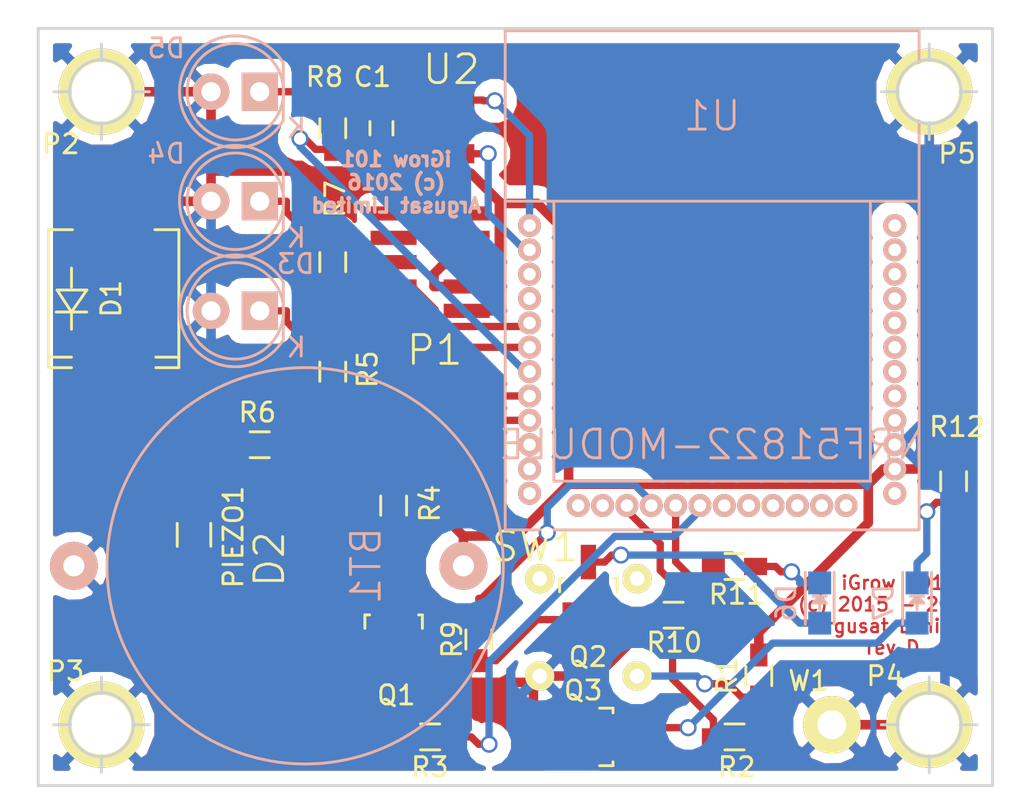
<source format=kicad_pcb>
(kicad_pcb (version 4) (host pcbnew 4.0.4+e1-6308~48~ubuntu16.04.1-stable)

  (general
    (links 57)
    (no_connects 0)
    (area 129.146 91.554 182.887334 133.669)
    (thickness 1.6)
    (drawings 10)
    (tracks 245)
    (zones 0)
    (modules 34)
    (nets 56)
  )

  (page A4)
  (title_block
    (title "iGrow Nordic nRF51822 Node")
    (date "Monday, 06 April 2015")
    (rev 101)
    (company "Argusat Limited")
    (comment 1 "Research and Development ")
  )

  (layers
    (0 F.Cu signal)
    (31 B.Cu signal)
    (32 B.Adhes user)
    (33 F.Adhes user)
    (34 B.Paste user)
    (35 F.Paste user)
    (36 B.SilkS user)
    (37 F.SilkS user)
    (38 B.Mask user)
    (39 F.Mask user)
    (40 Dwgs.User user)
    (41 Cmts.User user)
    (42 Eco1.User user)
    (43 Eco2.User user)
    (44 Edge.Cuts user)
    (45 Margin user)
    (46 B.CrtYd user)
    (47 F.CrtYd user)
    (48 B.Fab user)
    (49 F.Fab user)
  )

  (setup
    (last_trace_width 0.381)
    (trace_clearance 0.254)
    (zone_clearance 0.7)
    (zone_45_only no)
    (trace_min 0.254)
    (segment_width 0.2)
    (edge_width 0.15)
    (via_size 0.889)
    (via_drill 0.635)
    (via_min_size 0.889)
    (via_min_drill 0.508)
    (uvia_size 0.508)
    (uvia_drill 0.127)
    (uvias_allowed no)
    (uvia_min_size 0.508)
    (uvia_min_drill 0.127)
    (pcb_text_width 0.3)
    (pcb_text_size 1.5 1.5)
    (mod_edge_width 0.15)
    (mod_text_size 1.5 1.5)
    (mod_text_width 0.15)
    (pad_size 1.4 1.4)
    (pad_drill 0.6)
    (pad_to_mask_clearance 0.2)
    (aux_axis_origin 0 0)
    (visible_elements FFFFFF7F)
    (pcbplotparams
      (layerselection 0x0000c_00000000)
      (usegerberextensions false)
      (excludeedgelayer true)
      (linewidth 0.100000)
      (plotframeref false)
      (viasonmask false)
      (mode 1)
      (useauxorigin false)
      (hpglpennumber 1)
      (hpglpenspeed 20)
      (hpglpendiameter 15)
      (hpglpenoverlay 2)
      (psnegative false)
      (psa4output false)
      (plotreference true)
      (plotvalue true)
      (plotinvisibletext false)
      (padsonsilk false)
      (subtractmaskfromsilk false)
      (outputformat 5)
      (mirror false)
      (drillshape 0)
      (scaleselection 1)
      (outputdirectory svg))
  )

  (net 0 "")
  (net 1 GND)
  (net 2 VCC)
  (net 3 "Net-(D2-Pad1)")
  (net 4 "Net-(D2-Pad2)")
  (net 5 "Net-(D3-Pad1)")
  (net 6 "Net-(D4-Pad1)")
  (net 7 "Net-(P1-Pad2)")
  (net 8 "Net-(P1-Pad4)")
  (net 9 "Net-(P1-Pad6)")
  (net 10 "Net-(P1-Pad7)")
  (net 11 "Net-(P1-Pad8)")
  (net 12 "Net-(P1-Pad10)")
  (net 13 "Net-(Q1-Pad2)")
  (net 14 "Net-(Q2-Pad2)")
  (net 15 "Net-(Q3-Pad2)")
  (net 16 "Net-(R1-Pad2)")
  (net 17 "Net-(R3-Pad2)")
  (net 18 "Net-(R10-Pad2)")
  (net 19 "Net-(U1-Pad1)")
  (net 20 "Net-(U1-Pad2)")
  (net 21 "Net-(U1-Pad3)")
  (net 22 "Net-(U1-Pad4)")
  (net 23 "Net-(U1-Pad5)")
  (net 24 "Net-(U1-Pad6)")
  (net 25 "Net-(U1-Pad7)")
  (net 26 "Net-(U1-Pad8)")
  (net 27 "Net-(U1-Pad9)")
  (net 28 "Net-(U1-Pad12)")
  (net 29 "Net-(U1-Pad13)")
  (net 30 "Net-(U1-Pad14)")
  (net 31 "Net-(U1-Pad15)")
  (net 32 "Net-(U1-Pad16)")
  (net 33 "Net-(U1-Pad18)")
  (net 34 "Net-(U1-Pad23)")
  (net 35 "Net-(U1-Pad24)")
  (net 36 "Net-(U1-Pad25)")
  (net 37 "Net-(U1-Pad26)")
  (net 38 "Net-(U1-Pad27)")
  (net 39 "Net-(U1-Pad34)")
  (net 40 "Net-(U1-Pad35)")
  (net 41 "Net-(U2-Pad3)")
  (net 42 "Net-(U2-Pad4)")
  (net 43 "Net-(U1-Pad33)")
  (net 44 "Net-(U1-Pad36)")
  (net 45 "Net-(U1-Pad17)")
  (net 46 "Net-(D5-Pad1)")
  (net 47 "Net-(D6-Pad2)")
  (net 48 "Net-(D7-Pad2)")
  (net 49 "Net-(R2-Pad1)")
  (net 50 "Net-(R5-Pad1)")
  (net 51 "Net-(R7-Pad1)")
  (net 52 "Net-(R8-Pad1)")
  (net 53 "Net-(R9-Pad2)")
  (net 54 "Net-(D6-Pad1)")
  (net 55 "Net-(D7-Pad1)")

  (net_class Default "This is the default net class."
    (clearance 0.254)
    (trace_width 0.381)
    (via_dia 0.889)
    (via_drill 0.635)
    (uvia_dia 0.508)
    (uvia_drill 0.127)
    (add_net "Net-(D2-Pad1)")
    (add_net "Net-(D2-Pad2)")
    (add_net "Net-(D3-Pad1)")
    (add_net "Net-(D4-Pad1)")
    (add_net "Net-(D5-Pad1)")
    (add_net "Net-(D6-Pad1)")
    (add_net "Net-(D6-Pad2)")
    (add_net "Net-(D7-Pad1)")
    (add_net "Net-(D7-Pad2)")
    (add_net "Net-(P1-Pad10)")
    (add_net "Net-(P1-Pad2)")
    (add_net "Net-(P1-Pad4)")
    (add_net "Net-(P1-Pad6)")
    (add_net "Net-(P1-Pad7)")
    (add_net "Net-(P1-Pad8)")
    (add_net "Net-(Q1-Pad2)")
    (add_net "Net-(Q2-Pad2)")
    (add_net "Net-(Q3-Pad2)")
    (add_net "Net-(R1-Pad2)")
    (add_net "Net-(R10-Pad2)")
    (add_net "Net-(R2-Pad1)")
    (add_net "Net-(R3-Pad2)")
    (add_net "Net-(R5-Pad1)")
    (add_net "Net-(R7-Pad1)")
    (add_net "Net-(R8-Pad1)")
    (add_net "Net-(R9-Pad2)")
    (add_net "Net-(U1-Pad1)")
    (add_net "Net-(U1-Pad12)")
    (add_net "Net-(U1-Pad13)")
    (add_net "Net-(U1-Pad14)")
    (add_net "Net-(U1-Pad15)")
    (add_net "Net-(U1-Pad16)")
    (add_net "Net-(U1-Pad17)")
    (add_net "Net-(U1-Pad18)")
    (add_net "Net-(U1-Pad2)")
    (add_net "Net-(U1-Pad23)")
    (add_net "Net-(U1-Pad24)")
    (add_net "Net-(U1-Pad25)")
    (add_net "Net-(U1-Pad26)")
    (add_net "Net-(U1-Pad27)")
    (add_net "Net-(U1-Pad3)")
    (add_net "Net-(U1-Pad33)")
    (add_net "Net-(U1-Pad34)")
    (add_net "Net-(U1-Pad35)")
    (add_net "Net-(U1-Pad36)")
    (add_net "Net-(U1-Pad4)")
    (add_net "Net-(U1-Pad5)")
    (add_net "Net-(U1-Pad6)")
    (add_net "Net-(U1-Pad7)")
    (add_net "Net-(U1-Pad8)")
    (add_net "Net-(U1-Pad9)")
    (add_net "Net-(U2-Pad3)")
    (add_net "Net-(U2-Pad4)")
  )

  (net_class GND ""
    (clearance 0.254)
    (trace_width 0.5)
    (via_dia 1.1)
    (via_drill 0.95)
    (uvia_dia 0.508)
    (uvia_drill 0.127)
    (add_net GND)
  )

  (net_class VCC ""
    (clearance 0.254)
    (trace_width 0.5)
    (via_dia 1.1)
    (via_drill 0.95)
    (uvia_dia 0.508)
    (uvia_drill 0.127)
    (add_net VCC)
  )

  (module Capacitors_SMD:C_0603_HandSoldering (layer F.Cu) (tedit 57C57F73) (tstamp 551D40BC)
    (at 149.225 98.425 90)
    (descr "Capacitor SMD 0603, hand soldering")
    (tags "capacitor 0603")
    (path /54D0FCD8)
    (attr smd)
    (fp_text reference C1 (at 2.675 -0.475 180) (layer F.SilkS)
      (effects (font (size 1 1) (thickness 0.15)))
    )
    (fp_text value 100nF (at 0 1.9 90) (layer F.Fab)
      (effects (font (size 1 1) (thickness 0.15)))
    )
    (fp_line (start -1.85 -0.75) (end 1.85 -0.75) (layer F.CrtYd) (width 0.05))
    (fp_line (start -1.85 0.75) (end 1.85 0.75) (layer F.CrtYd) (width 0.05))
    (fp_line (start -1.85 -0.75) (end -1.85 0.75) (layer F.CrtYd) (width 0.05))
    (fp_line (start 1.85 -0.75) (end 1.85 0.75) (layer F.CrtYd) (width 0.05))
    (fp_line (start -0.35 -0.6) (end 0.35 -0.6) (layer F.SilkS) (width 0.15))
    (fp_line (start 0.35 0.6) (end -0.35 0.6) (layer F.SilkS) (width 0.15))
    (pad 1 smd rect (at -0.95 0 90) (size 1.2 0.75) (layers F.Cu F.Paste F.Mask)
      (net 2 VCC))
    (pad 2 smd rect (at 0.95 0 90) (size 1.2 0.75) (layers F.Cu F.Paste F.Mask)
      (net 1 GND))
    (model Capacitors_SMD.3dshapes/C_0603_HandSoldering.wrl
      (at (xyz 0 0 0))
      (scale (xyz 1 1 1))
      (rotate (xyz 0 0 0))
    )
  )

  (module Diodes_SMD:Diode-SMC_Handsoldering (layer F.Cu) (tedit 55239CCA) (tstamp 551D40D3)
    (at 135.255 107.315 270)
    (descr "Diode SMC Handsoldering")
    (tags "Diode SMC Handsoldering")
    (path /54CF8F9C)
    (attr smd)
    (fp_text reference D1 (at 0 0.127 270) (layer F.SilkS)
      (effects (font (size 1 1) (thickness 0.15)))
    )
    (fp_text value DIODE (at 0 5.08 270) (layer F.Fab)
      (effects (font (size 1 1) (thickness 0.15)))
    )
    (fp_circle (center 0 0) (end 0.8509 0.0508) (layer F.Adhes) (width 0.381))
    (fp_circle (center 0 0) (end 0.50038 0.0508) (layer F.Adhes) (width 0.381))
    (fp_circle (center 0 0) (end 0.14986 0.0508) (layer F.Adhes) (width 0.381))
    (fp_line (start 0.69596 2.19964) (end 1.59766 2.19964) (layer F.SilkS) (width 0.15))
    (fp_line (start -0.60198 2.19964) (end -1.6002 2.19964) (layer F.SilkS) (width 0.15))
    (fp_line (start 3.05054 3.40106) (end 3.05054 2.19964) (layer F.SilkS) (width 0.15))
    (fp_line (start 3.05054 -3.40106) (end 3.05054 -2.19964) (layer F.SilkS) (width 0.15))
    (fp_line (start 3.59918 3.40106) (end 3.59918 2.19964) (layer F.SilkS) (width 0.15))
    (fp_line (start 3.59918 -3.40106) (end 3.59918 -2.19964) (layer F.SilkS) (width 0.15))
    (fp_line (start -3.59918 3.40106) (end -3.59918 2.14884) (layer F.SilkS) (width 0.15))
    (fp_line (start -3.59918 -3.40106) (end -3.59918 -2.14884) (layer F.SilkS) (width 0.15))
    (fp_line (start 0.69596 1.39954) (end 0.69596 2.99974) (layer F.SilkS) (width 0.15))
    (fp_line (start -0.45212 2.94894) (end -0.45212 1.39954) (layer F.SilkS) (width 0.15))
    (fp_line (start 0.6985 2.19964) (end -0.45212 2.94894) (layer F.SilkS) (width 0.15))
    (fp_line (start 0.69596 2.19964) (end -0.45466 1.39954) (layer F.SilkS) (width 0.15))
    (fp_line (start -3.59918 3.40106) (end 3.59918 3.40106) (layer F.SilkS) (width 0.15))
    (fp_line (start -3.59918 -3.40106) (end 3.59918 -3.40106) (layer F.SilkS) (width 0.15))
    (pad 1 smd rect (at -4.39928 0) (size 3.29946 4.50088) (layers F.Cu F.Paste F.Mask)
      (net 1 GND))
    (pad 2 smd rect (at 4.39928 0) (size 3.29946 4.49834) (layers F.Cu F.Paste F.Mask)
      (net 2 VCC))
    (model Diodes_SMD.3dshapes/Diode-SMC_Handsoldering.wrl
      (at (xyz 0 0 0))
      (scale (xyz 0.3937 0.3937 0.3937))
      (rotate (xyz 0 0 0))
    )
  )

  (module Resistors_SMD:R_0603_HandSoldering (layer F.Cu) (tedit 57C57ED9) (tstamp 551D4196)
    (at 168.91 127 270)
    (descr "Resistor SMD 0603, hand soldering")
    (tags "resistor 0603")
    (path /54F1CF92)
    (attr smd)
    (fp_text reference R1 (at 0 1.66 270) (layer F.SilkS)
      (effects (font (size 1 1) (thickness 0.15)))
    )
    (fp_text value 10kR (at 0 1.9 270) (layer F.Fab)
      (effects (font (size 1 1) (thickness 0.15)))
    )
    (fp_line (start -2 -0.8) (end 2 -0.8) (layer F.CrtYd) (width 0.05))
    (fp_line (start -2 0.8) (end 2 0.8) (layer F.CrtYd) (width 0.05))
    (fp_line (start -2 -0.8) (end -2 0.8) (layer F.CrtYd) (width 0.05))
    (fp_line (start 2 -0.8) (end 2 0.8) (layer F.CrtYd) (width 0.05))
    (fp_line (start 0.5 0.675) (end -0.5 0.675) (layer F.SilkS) (width 0.15))
    (fp_line (start -0.5 -0.675) (end 0.5 -0.675) (layer F.SilkS) (width 0.15))
    (pad 1 smd rect (at -1.1 0 270) (size 1.2 0.9) (layers F.Cu F.Paste F.Mask)
      (net 2 VCC))
    (pad 2 smd rect (at 1.1 0 270) (size 1.2 0.9) (layers F.Cu F.Paste F.Mask)
      (net 16 "Net-(R1-Pad2)"))
    (model Resistors_SMD.3dshapes/R_0603_HandSoldering.wrl
      (at (xyz 0 0 0))
      (scale (xyz 1 1 1))
      (rotate (xyz 0 0 0))
    )
  )

  (module Resistors_SMD:R_0603_HandSoldering (layer F.Cu) (tedit 57C57ED2) (tstamp 551D41A2)
    (at 167.64 130.175)
    (descr "Resistor SMD 0603, hand soldering")
    (tags "resistor 0603")
    (path /54F1D2C3)
    (attr smd)
    (fp_text reference R2 (at 0.11 1.575) (layer F.SilkS)
      (effects (font (size 1 1) (thickness 0.15)))
    )
    (fp_text value 150R (at 0 1.9) (layer F.Fab)
      (effects (font (size 1 1) (thickness 0.15)))
    )
    (fp_line (start -2 -0.8) (end 2 -0.8) (layer F.CrtYd) (width 0.05))
    (fp_line (start -2 0.8) (end 2 0.8) (layer F.CrtYd) (width 0.05))
    (fp_line (start -2 -0.8) (end -2 0.8) (layer F.CrtYd) (width 0.05))
    (fp_line (start 2 -0.8) (end 2 0.8) (layer F.CrtYd) (width 0.05))
    (fp_line (start 0.5 0.675) (end -0.5 0.675) (layer F.SilkS) (width 0.15))
    (fp_line (start -0.5 -0.675) (end 0.5 -0.675) (layer F.SilkS) (width 0.15))
    (pad 1 smd rect (at -1.1 0) (size 1.2 0.9) (layers F.Cu F.Paste F.Mask)
      (net 49 "Net-(R2-Pad1)"))
    (pad 2 smd rect (at 1.1 0) (size 1.2 0.9) (layers F.Cu F.Paste F.Mask)
      (net 16 "Net-(R1-Pad2)"))
    (model Resistors_SMD.3dshapes/R_0603_HandSoldering.wrl
      (at (xyz 0 0 0))
      (scale (xyz 1 1 1))
      (rotate (xyz 0 0 0))
    )
  )

  (module Resistors_SMD:R_0603_HandSoldering (layer F.Cu) (tedit 57C58002) (tstamp 551D41AE)
    (at 151.765 130.175)
    (descr "Resistor SMD 0603, hand soldering")
    (tags "resistor 0603")
    (path /54D8AD64)
    (attr smd)
    (fp_text reference R3 (at -0.015 1.575) (layer F.SilkS)
      (effects (font (size 1 1) (thickness 0.15)))
    )
    (fp_text value R (at 0 1.9) (layer F.Fab)
      (effects (font (size 1 1) (thickness 0.15)))
    )
    (fp_line (start -2 -0.8) (end 2 -0.8) (layer F.CrtYd) (width 0.05))
    (fp_line (start -2 0.8) (end 2 0.8) (layer F.CrtYd) (width 0.05))
    (fp_line (start -2 -0.8) (end -2 0.8) (layer F.CrtYd) (width 0.05))
    (fp_line (start 2 -0.8) (end 2 0.8) (layer F.CrtYd) (width 0.05))
    (fp_line (start 0.5 0.675) (end -0.5 0.675) (layer F.SilkS) (width 0.15))
    (fp_line (start -0.5 -0.675) (end 0.5 -0.675) (layer F.SilkS) (width 0.15))
    (pad 1 smd rect (at -1.1 0) (size 1.2 0.9) (layers F.Cu F.Paste F.Mask)
      (net 13 "Net-(Q1-Pad2)"))
    (pad 2 smd rect (at 1.1 0) (size 1.2 0.9) (layers F.Cu F.Paste F.Mask)
      (net 17 "Net-(R3-Pad2)"))
    (model Resistors_SMD.3dshapes/R_0603_HandSoldering.wrl
      (at (xyz 0 0 0))
      (scale (xyz 1 1 1))
      (rotate (xyz 0 0 0))
    )
  )

  (module Resistors_SMD:R_0603_HandSoldering (layer F.Cu) (tedit 57C57FE5) (tstamp 551D41BA)
    (at 149.86 118.11 270)
    (descr "Resistor SMD 0603, hand soldering")
    (tags "resistor 0603")
    (path /54D8AA25)
    (attr smd)
    (fp_text reference R4 (at -0.11 -1.89 270) (layer F.SilkS)
      (effects (font (size 1 1) (thickness 0.15)))
    )
    (fp_text value R (at 0 1.9 270) (layer F.Fab)
      (effects (font (size 1 1) (thickness 0.15)))
    )
    (fp_line (start -2 -0.8) (end 2 -0.8) (layer F.CrtYd) (width 0.05))
    (fp_line (start -2 0.8) (end 2 0.8) (layer F.CrtYd) (width 0.05))
    (fp_line (start -2 -0.8) (end -2 0.8) (layer F.CrtYd) (width 0.05))
    (fp_line (start 2 -0.8) (end 2 0.8) (layer F.CrtYd) (width 0.05))
    (fp_line (start 0.5 0.675) (end -0.5 0.675) (layer F.SilkS) (width 0.15))
    (fp_line (start -0.5 -0.675) (end 0.5 -0.675) (layer F.SilkS) (width 0.15))
    (pad 1 smd rect (at -1.1 0 270) (size 1.2 0.9) (layers F.Cu F.Paste F.Mask)
      (net 2 VCC))
    (pad 2 smd rect (at 1.1 0 270) (size 1.2 0.9) (layers F.Cu F.Paste F.Mask)
      (net 4 "Net-(D2-Pad2)"))
    (model Resistors_SMD.3dshapes/R_0603_HandSoldering.wrl
      (at (xyz 0 0 0))
      (scale (xyz 1 1 1))
      (rotate (xyz 0 0 0))
    )
  )

  (module Resistors_SMD:R_0603_HandSoldering (layer F.Cu) (tedit 57C57FB0) (tstamp 551D41C6)
    (at 146.685 111.125 90)
    (descr "Resistor SMD 0603, hand soldering")
    (tags "resistor 0603")
    (path /5755681E)
    (attr smd)
    (fp_text reference R5 (at 0.125 1.815 90) (layer F.SilkS)
      (effects (font (size 1 1) (thickness 0.15)))
    )
    (fp_text value 220R (at 0 1.9 90) (layer F.Fab)
      (effects (font (size 1 1) (thickness 0.15)))
    )
    (fp_line (start -2 -0.8) (end 2 -0.8) (layer F.CrtYd) (width 0.05))
    (fp_line (start -2 0.8) (end 2 0.8) (layer F.CrtYd) (width 0.05))
    (fp_line (start -2 -0.8) (end -2 0.8) (layer F.CrtYd) (width 0.05))
    (fp_line (start 2 -0.8) (end 2 0.8) (layer F.CrtYd) (width 0.05))
    (fp_line (start 0.5 0.675) (end -0.5 0.675) (layer F.SilkS) (width 0.15))
    (fp_line (start -0.5 -0.675) (end 0.5 -0.675) (layer F.SilkS) (width 0.15))
    (pad 1 smd rect (at -1.1 0 90) (size 1.2 0.9) (layers F.Cu F.Paste F.Mask)
      (net 50 "Net-(R5-Pad1)"))
    (pad 2 smd rect (at 1.1 0 90) (size 1.2 0.9) (layers F.Cu F.Paste F.Mask)
      (net 5 "Net-(D3-Pad1)"))
    (model Resistors_SMD.3dshapes/R_0603_HandSoldering.wrl
      (at (xyz 0 0 0))
      (scale (xyz 1 1 1))
      (rotate (xyz 0 0 0))
    )
  )

  (module Resistors_SMD:R_0603_HandSoldering (layer F.Cu) (tedit 57C57FE0) (tstamp 551D41D2)
    (at 142.875 114.935)
    (descr "Resistor SMD 0603, hand soldering")
    (tags "resistor 0603")
    (path /54D8AA66)
    (attr smd)
    (fp_text reference R6 (at -0.125 -1.685) (layer F.SilkS)
      (effects (font (size 1 1) (thickness 0.15)))
    )
    (fp_text value R (at 0 1.9) (layer F.Fab)
      (effects (font (size 1 1) (thickness 0.15)))
    )
    (fp_line (start -2 -0.8) (end 2 -0.8) (layer F.CrtYd) (width 0.05))
    (fp_line (start -2 0.8) (end 2 0.8) (layer F.CrtYd) (width 0.05))
    (fp_line (start -2 -0.8) (end -2 0.8) (layer F.CrtYd) (width 0.05))
    (fp_line (start 2 -0.8) (end 2 0.8) (layer F.CrtYd) (width 0.05))
    (fp_line (start 0.5 0.675) (end -0.5 0.675) (layer F.SilkS) (width 0.15))
    (fp_line (start -0.5 -0.675) (end 0.5 -0.675) (layer F.SilkS) (width 0.15))
    (pad 1 smd rect (at -1.1 0) (size 1.2 0.9) (layers F.Cu F.Paste F.Mask)
      (net 4 "Net-(D2-Pad2)"))
    (pad 2 smd rect (at 1.1 0) (size 1.2 0.9) (layers F.Cu F.Paste F.Mask)
      (net 3 "Net-(D2-Pad1)"))
    (model Resistors_SMD.3dshapes/R_0603_HandSoldering.wrl
      (at (xyz 0 0 0))
      (scale (xyz 1 1 1))
      (rotate (xyz 0 0 0))
    )
  )

  (module Resistors_SMD:R_0603_HandSoldering (layer F.Cu) (tedit 55239EF5) (tstamp 551D41DE)
    (at 146.685 105.41 90)
    (descr "Resistor SMD 0603, hand soldering")
    (tags "resistor 0603")
    (path /57556952)
    (attr smd)
    (fp_text reference R7 (at 3.302 0.127 90) (layer F.SilkS)
      (effects (font (size 1 1) (thickness 0.15)))
    )
    (fp_text value 220R (at 0 1.9 90) (layer F.Fab)
      (effects (font (size 1 1) (thickness 0.15)))
    )
    (fp_line (start -2 -0.8) (end 2 -0.8) (layer F.CrtYd) (width 0.05))
    (fp_line (start -2 0.8) (end 2 0.8) (layer F.CrtYd) (width 0.05))
    (fp_line (start -2 -0.8) (end -2 0.8) (layer F.CrtYd) (width 0.05))
    (fp_line (start 2 -0.8) (end 2 0.8) (layer F.CrtYd) (width 0.05))
    (fp_line (start 0.5 0.675) (end -0.5 0.675) (layer F.SilkS) (width 0.15))
    (fp_line (start -0.5 -0.675) (end 0.5 -0.675) (layer F.SilkS) (width 0.15))
    (pad 1 smd rect (at -1.1 0 90) (size 1.2 0.9) (layers F.Cu F.Paste F.Mask)
      (net 51 "Net-(R7-Pad1)"))
    (pad 2 smd rect (at 1.1 0 90) (size 1.2 0.9) (layers F.Cu F.Paste F.Mask)
      (net 6 "Net-(D4-Pad1)"))
    (model Resistors_SMD.3dshapes/R_0603_HandSoldering.wrl
      (at (xyz 0 0 0))
      (scale (xyz 1 1 1))
      (rotate (xyz 0 0 0))
    )
  )

  (module Resistors_SMD:R_0603_HandSoldering (layer F.Cu) (tedit 57C57F6D) (tstamp 551D41EA)
    (at 146.685 98.425 90)
    (descr "Resistor SMD 0603, hand soldering")
    (tags "resistor 0603")
    (path /575569C4)
    (attr smd)
    (fp_text reference R8 (at 2.675 -0.435 180) (layer F.SilkS)
      (effects (font (size 1 1) (thickness 0.15)))
    )
    (fp_text value 220R (at 0 1.9 90) (layer F.Fab)
      (effects (font (size 1 1) (thickness 0.15)))
    )
    (fp_line (start -2 -0.8) (end 2 -0.8) (layer F.CrtYd) (width 0.05))
    (fp_line (start -2 0.8) (end 2 0.8) (layer F.CrtYd) (width 0.05))
    (fp_line (start -2 -0.8) (end -2 0.8) (layer F.CrtYd) (width 0.05))
    (fp_line (start 2 -0.8) (end 2 0.8) (layer F.CrtYd) (width 0.05))
    (fp_line (start 0.5 0.675) (end -0.5 0.675) (layer F.SilkS) (width 0.15))
    (fp_line (start -0.5 -0.675) (end 0.5 -0.675) (layer F.SilkS) (width 0.15))
    (pad 1 smd rect (at -1.1 0 90) (size 1.2 0.9) (layers F.Cu F.Paste F.Mask)
      (net 52 "Net-(R8-Pad1)"))
    (pad 2 smd rect (at 1.1 0 90) (size 1.2 0.9) (layers F.Cu F.Paste F.Mask)
      (net 46 "Net-(D5-Pad1)"))
    (model Resistors_SMD.3dshapes/R_0603_HandSoldering.wrl
      (at (xyz 0 0 0))
      (scale (xyz 1 1 1))
      (rotate (xyz 0 0 0))
    )
  )

  (module Resistors_SMD:R_0603_HandSoldering (layer F.Cu) (tedit 55239ED4) (tstamp 551D41F6)
    (at 154.305 125.095 90)
    (descr "Resistor SMD 0603, hand soldering")
    (tags "resistor 0603")
    (path /54D10405)
    (attr smd)
    (fp_text reference R9 (at 0 -1.397 90) (layer F.SilkS)
      (effects (font (size 1 1) (thickness 0.15)))
    )
    (fp_text value 10kR (at 0 1.9 90) (layer F.Fab)
      (effects (font (size 1 1) (thickness 0.15)))
    )
    (fp_line (start -2 -0.8) (end 2 -0.8) (layer F.CrtYd) (width 0.05))
    (fp_line (start -2 0.8) (end 2 0.8) (layer F.CrtYd) (width 0.05))
    (fp_line (start -2 -0.8) (end -2 0.8) (layer F.CrtYd) (width 0.05))
    (fp_line (start 2 -0.8) (end 2 0.8) (layer F.CrtYd) (width 0.05))
    (fp_line (start 0.5 0.675) (end -0.5 0.675) (layer F.SilkS) (width 0.15))
    (fp_line (start -0.5 -0.675) (end 0.5 -0.675) (layer F.SilkS) (width 0.15))
    (pad 1 smd rect (at -1.1 0 90) (size 1.2 0.9) (layers F.Cu F.Paste F.Mask)
      (net 14 "Net-(Q2-Pad2)"))
    (pad 2 smd rect (at 1.1 0 90) (size 1.2 0.9) (layers F.Cu F.Paste F.Mask)
      (net 53 "Net-(R9-Pad2)"))
    (model Resistors_SMD.3dshapes/R_0603_HandSoldering.wrl
      (at (xyz 0 0 0))
      (scale (xyz 1 1 1))
      (rotate (xyz 0 0 0))
    )
  )

  (module Resistors_SMD:R_0603_HandSoldering (layer F.Cu) (tedit 57C57EE0) (tstamp 551D4202)
    (at 164.465 123.825)
    (descr "Resistor SMD 0603, hand soldering")
    (tags "resistor 0603")
    (path /54D10451)
    (attr smd)
    (fp_text reference R10 (at 0.035 1.425) (layer F.SilkS)
      (effects (font (size 1 1) (thickness 0.15)))
    )
    (fp_text value 10kR (at 0 1.9) (layer F.Fab)
      (effects (font (size 1 1) (thickness 0.15)))
    )
    (fp_line (start -2 -0.8) (end 2 -0.8) (layer F.CrtYd) (width 0.05))
    (fp_line (start -2 0.8) (end 2 0.8) (layer F.CrtYd) (width 0.05))
    (fp_line (start -2 -0.8) (end -2 0.8) (layer F.CrtYd) (width 0.05))
    (fp_line (start 2 -0.8) (end 2 0.8) (layer F.CrtYd) (width 0.05))
    (fp_line (start 0.5 0.675) (end -0.5 0.675) (layer F.SilkS) (width 0.15))
    (fp_line (start -0.5 -0.675) (end 0.5 -0.675) (layer F.SilkS) (width 0.15))
    (pad 1 smd rect (at -1.1 0) (size 1.2 0.9) (layers F.Cu F.Paste F.Mask)
      (net 15 "Net-(Q3-Pad2)"))
    (pad 2 smd rect (at 1.1 0) (size 1.2 0.9) (layers F.Cu F.Paste F.Mask)
      (net 18 "Net-(R10-Pad2)"))
    (model Resistors_SMD.3dshapes/R_0603_HandSoldering.wrl
      (at (xyz 0 0 0))
      (scale (xyz 1 1 1))
      (rotate (xyz 0 0 0))
    )
  )

  (module Resistors_SMD:R_0603_HandSoldering (layer F.Cu) (tedit 57C57EE6) (tstamp 551D420E)
    (at 167.64 121.285)
    (descr "Resistor SMD 0603, hand soldering")
    (tags "resistor 0603")
    (path /54F1B2F9)
    (attr smd)
    (fp_text reference R11 (at 0.11 1.465) (layer F.SilkS)
      (effects (font (size 1 1) (thickness 0.15)))
    )
    (fp_text value 620R (at 0 1.9) (layer F.Fab)
      (effects (font (size 1 1) (thickness 0.15)))
    )
    (fp_line (start -2 -0.8) (end 2 -0.8) (layer F.CrtYd) (width 0.05))
    (fp_line (start -2 0.8) (end 2 0.8) (layer F.CrtYd) (width 0.05))
    (fp_line (start -2 -0.8) (end -2 0.8) (layer F.CrtYd) (width 0.05))
    (fp_line (start 2 -0.8) (end 2 0.8) (layer F.CrtYd) (width 0.05))
    (fp_line (start 0.5 0.675) (end -0.5 0.675) (layer F.SilkS) (width 0.15))
    (fp_line (start -0.5 -0.675) (end 0.5 -0.675) (layer F.SilkS) (width 0.15))
    (pad 1 smd rect (at -1.1 0) (size 1.2 0.9) (layers F.Cu F.Paste F.Mask)
      (net 2 VCC))
    (pad 2 smd rect (at 1.1 0) (size 1.2 0.9) (layers F.Cu F.Paste F.Mask)
      (net 54 "Net-(D6-Pad1)"))
    (model Resistors_SMD.3dshapes/R_0603_HandSoldering.wrl
      (at (xyz 0 0 0))
      (scale (xyz 1 1 1))
      (rotate (xyz 0 0 0))
    )
  )

  (module igrow:SPSTSW (layer F.Cu) (tedit 57C57E91) (tstamp 551D4216)
    (at 162.56 127 180)
    (path /54F1CE9D)
    (fp_text reference SW1 (at 5.31 6.75 360) (layer F.SilkS)
      (effects (font (size 1.5 1.5) (thickness 0.15)))
    )
    (fp_text value SW_PUSH (at 2.54 -2.54 180) (layer F.Fab) hide
      (effects (font (size 1.5 1.5) (thickness 0.15)))
    )
    (pad 1 thru_hole circle (at 0 0 180) (size 1.524 1.524) (drill 0.762) (layers *.Cu *.Mask F.SilkS)
      (net 16 "Net-(R1-Pad2)"))
    (pad 2 thru_hole circle (at 5.08 0 180) (size 1.524 1.524) (drill 0.762) (layers *.Cu *.Mask F.SilkS)
      (net 1 GND))
    (pad 3 thru_hole circle (at 5.08 5.08 180) (size 1.524 1.524) (drill 0.762) (layers *.Cu *.Mask F.SilkS))
    (pad 4 thru_hole circle (at 0 5.08 180) (size 1.524 1.524) (drill 0.762) (layers *.Cu *.Mask F.SilkS))
  )

  (module Resistors_SMD:R_0805_HandSoldering (layer F.Cu) (tedit 57C57FDA) (tstamp 55224D25)
    (at 139.446 119.634 270)
    (descr "Resistor SMD 0805, hand soldering")
    (tags "resistor 0805")
    (path /54D8ABBE)
    (attr smd)
    (fp_text reference PIEZO1 (at 0.116 -2.054 270) (layer F.SilkS)
      (effects (font (size 1 1) (thickness 0.15)))
    )
    (fp_text value PIEZO (at 0 2.1 270) (layer F.Fab)
      (effects (font (size 1 1) (thickness 0.15)))
    )
    (fp_line (start -2.4 -1) (end 2.4 -1) (layer F.CrtYd) (width 0.05))
    (fp_line (start -2.4 1) (end 2.4 1) (layer F.CrtYd) (width 0.05))
    (fp_line (start -2.4 -1) (end -2.4 1) (layer F.CrtYd) (width 0.05))
    (fp_line (start 2.4 -1) (end 2.4 1) (layer F.CrtYd) (width 0.05))
    (fp_line (start 0.6 0.875) (end -0.6 0.875) (layer F.SilkS) (width 0.15))
    (fp_line (start -0.6 -0.875) (end 0.6 -0.875) (layer F.SilkS) (width 0.15))
    (pad 1 smd rect (at -1.35 0 270) (size 1.5 1.3) (layers F.Cu F.Paste F.Mask)
      (net 4 "Net-(D2-Pad2)"))
    (pad 2 smd rect (at 1.35 0 270) (size 1.5 1.3) (layers F.Cu F.Paste F.Mask)
      (net 3 "Net-(D2-Pad1)"))
    (model Resistors_SMD.3dshapes/R_0805_HandSoldering.wrl
      (at (xyz 0 0 0))
      (scale (xyz 1 1 1))
      (rotate (xyz 0 0 0))
    )
  )

  (module igrow:harwin_m50-3600542 (layer F.Cu) (tedit 57C57FA2) (tstamp 551D415D)
    (at 153.67 107.95 180)
    (path /54CE7AC5)
    (fp_text reference P1 (at 1.67 -2.05 180) (layer F.SilkS)
      (effects (font (size 1.5 1.5) (thickness 0.15)))
    )
    (fp_text value CONN_02X05 (at 1.27 -1.905 180) (layer F.Fab)
      (effects (font (size 1.5 1.5) (thickness 0.15)))
    )
    (pad 1 smd rect (at 0 0 180) (size 2.4 0.74) (layers F.Cu F.Paste F.Mask)
      (net 2 VCC))
    (pad 2 smd rect (at 3.81 0 180) (size 2.4 0.74) (layers F.Cu F.Paste F.Mask)
      (net 7 "Net-(P1-Pad2)"))
    (pad 3 smd rect (at 0 1.27 180) (size 2.4 0.74) (layers F.Cu F.Paste F.Mask)
      (net 1 GND))
    (pad 4 smd rect (at 3.81 1.27 180) (size 2.4 0.74) (layers F.Cu F.Paste F.Mask)
      (net 8 "Net-(P1-Pad4)"))
    (pad 5 smd rect (at 0 2.54 180) (size 2.4 0.74) (layers F.Cu F.Paste F.Mask)
      (net 1 GND))
    (pad 6 smd rect (at 3.81 2.54 180) (size 2.4 0.74) (layers F.Cu F.Paste F.Mask)
      (net 9 "Net-(P1-Pad6)"))
    (pad 7 smd rect (at 0 3.81 180) (size 2.4 0.74) (layers F.Cu F.Paste F.Mask)
      (net 10 "Net-(P1-Pad7)"))
    (pad 8 smd rect (at 3.81 3.81 180) (size 2.4 0.74) (layers F.Cu F.Paste F.Mask)
      (net 11 "Net-(P1-Pad8)"))
    (pad 9 smd rect (at 0 5.08 180) (size 2.4 0.74) (layers F.Cu F.Paste F.Mask)
      (net 1 GND))
    (pad 10 smd rect (at 3.81 5.08 180) (size 2.4 0.74) (layers F.Cu F.Paste F.Mask)
      (net 12 "Net-(P1-Pad10)"))
  )

  (module igrow:SOD123 (layer F.Cu) (tedit 5522490D) (tstamp 57556A4D)
    (at 145.288 119.634 270)
    (path /54D8ABFE)
    (fp_text reference D2 (at 1.27 1.905 270) (layer F.SilkS)
      (effects (font (size 1.5 1.5) (thickness 0.15)))
    )
    (fp_text value ZENER (at 0.635 -1.905 270) (layer F.Fab)
      (effects (font (size 1.5 1.5) (thickness 0.15)))
    )
    (pad 1 smd rect (at 0 0 270) (size 0.91 1.22) (layers F.Cu F.Paste F.Mask)
      (net 3 "Net-(D2-Pad1)"))
    (pad 2 smd rect (at 3.2766 0 270) (size 0.91 1.22) (layers F.Cu F.Paste F.Mask)
      (net 4 "Net-(D2-Pad2)"))
  )

  (module LEDs:LED-5MM (layer B.Cu) (tedit 57C57F86) (tstamp 57556A52)
    (at 142.875 107.95 180)
    (descr "LED 5mm round vertical")
    (tags "LED 5mm round vertical")
    (path /57556749)
    (fp_text reference D3 (at -1.875 2.45 180) (layer B.SilkS)
      (effects (font (size 1 1) (thickness 0.15)) (justify mirror))
    )
    (fp_text value LED (at 1.524 3.937 180) (layer B.Fab)
      (effects (font (size 1 1) (thickness 0.15)) (justify mirror))
    )
    (fp_line (start -1.5 1.55) (end -1.5 -1.55) (layer B.CrtYd) (width 0.05))
    (fp_arc (start 1.3 0) (end -1.5 -1.55) (angle 302) (layer B.CrtYd) (width 0.05))
    (fp_arc (start 1.27 0) (end -1.23 1.5) (angle -297.5) (layer B.SilkS) (width 0.15))
    (fp_line (start -1.23 -1.5) (end -1.23 1.5) (layer B.SilkS) (width 0.15))
    (fp_circle (center 1.27 0) (end 0.97 2.5) (layer B.SilkS) (width 0.15))
    (fp_text user K (at -1.905 -1.905 180) (layer B.SilkS)
      (effects (font (size 1 1) (thickness 0.15)) (justify mirror))
    )
    (pad 1 thru_hole rect (at 0 0 90) (size 2 1.9) (drill 1.00076) (layers *.Cu *.Mask B.SilkS)
      (net 5 "Net-(D3-Pad1)"))
    (pad 2 thru_hole circle (at 2.54 0 180) (size 1.9 1.9) (drill 1.00076) (layers *.Cu *.Mask B.SilkS)
      (net 1 GND))
    (model LEDs.3dshapes/LED-5MM.wrl
      (at (xyz 0.05 0 0))
      (scale (xyz 1 1 1))
      (rotate (xyz 0 0 90))
    )
  )

  (module LEDs:LED-5MM (layer B.Cu) (tedit 57C57F66) (tstamp 57556A57)
    (at 142.875 102.235 180)
    (descr "LED 5mm round vertical")
    (tags "LED 5mm round vertical")
    (path /5755694C)
    (fp_text reference D4 (at 4.875 2.485 180) (layer B.SilkS)
      (effects (font (size 1 1) (thickness 0.15)) (justify mirror))
    )
    (fp_text value LED (at 1.524 3.937 180) (layer B.Fab)
      (effects (font (size 1 1) (thickness 0.15)) (justify mirror))
    )
    (fp_line (start -1.5 1.55) (end -1.5 -1.55) (layer B.CrtYd) (width 0.05))
    (fp_arc (start 1.3 0) (end -1.5 -1.55) (angle 302) (layer B.CrtYd) (width 0.05))
    (fp_arc (start 1.27 0) (end -1.23 1.5) (angle -297.5) (layer B.SilkS) (width 0.15))
    (fp_line (start -1.23 -1.5) (end -1.23 1.5) (layer B.SilkS) (width 0.15))
    (fp_circle (center 1.27 0) (end 0.97 2.5) (layer B.SilkS) (width 0.15))
    (fp_text user K (at -1.905 -1.905 180) (layer B.SilkS)
      (effects (font (size 1 1) (thickness 0.15)) (justify mirror))
    )
    (pad 1 thru_hole rect (at 0 0 90) (size 2 1.9) (drill 1.00076) (layers *.Cu *.Mask B.SilkS)
      (net 6 "Net-(D4-Pad1)"))
    (pad 2 thru_hole circle (at 2.54 0 180) (size 1.9 1.9) (drill 1.00076) (layers *.Cu *.Mask B.SilkS)
      (net 1 GND))
    (model LEDs.3dshapes/LED-5MM.wrl
      (at (xyz 0.05 0 0))
      (scale (xyz 1 1 1))
      (rotate (xyz 0 0 90))
    )
  )

  (module LEDs:LED-5MM (layer B.Cu) (tedit 57C57F5D) (tstamp 57556A61)
    (at 142.875 96.52 180)
    (descr "LED 5mm round vertical")
    (tags "LED 5mm round vertical")
    (path /575569BE)
    (fp_text reference D5 (at 4.875 2.27 180) (layer B.SilkS)
      (effects (font (size 1 1) (thickness 0.15)) (justify mirror))
    )
    (fp_text value LED (at 1.524 3.937 180) (layer B.Fab)
      (effects (font (size 1 1) (thickness 0.15)) (justify mirror))
    )
    (fp_line (start -1.5 1.55) (end -1.5 -1.55) (layer B.CrtYd) (width 0.05))
    (fp_arc (start 1.3 0) (end -1.5 -1.55) (angle 302) (layer B.CrtYd) (width 0.05))
    (fp_arc (start 1.27 0) (end -1.23 1.5) (angle -297.5) (layer B.SilkS) (width 0.15))
    (fp_line (start -1.23 -1.5) (end -1.23 1.5) (layer B.SilkS) (width 0.15))
    (fp_circle (center 1.27 0) (end 0.97 2.5) (layer B.SilkS) (width 0.15))
    (fp_text user K (at -1.905 -1.905 180) (layer B.SilkS)
      (effects (font (size 1 1) (thickness 0.15)) (justify mirror))
    )
    (pad 1 thru_hole rect (at 0 0 90) (size 2 1.9) (drill 1.00076) (layers *.Cu *.Mask B.SilkS)
      (net 46 "Net-(D5-Pad1)"))
    (pad 2 thru_hole circle (at 2.54 0 180) (size 1.9 1.9) (drill 1.00076) (layers *.Cu *.Mask B.SilkS)
      (net 1 GND))
    (model LEDs.3dshapes/LED-5MM.wrl
      (at (xyz 0.05 0 0))
      (scale (xyz 1 1 1))
      (rotate (xyz 0 0 90))
    )
  )

  (module Resistors_SMD:R_0603_HandSoldering (layer F.Cu) (tedit 57C57F20) (tstamp 57556A67)
    (at 179.07 116.84 270)
    (descr "Resistor SMD 0603, hand soldering")
    (tags "resistor 0603")
    (path /54F1B9F8)
    (attr smd)
    (fp_text reference R12 (at -2.84 -0.18 360) (layer F.SilkS)
      (effects (font (size 1 1) (thickness 0.15)))
    )
    (fp_text value 620R (at 0 1.9 270) (layer F.Fab)
      (effects (font (size 1 1) (thickness 0.15)))
    )
    (fp_line (start -2 -0.8) (end 2 -0.8) (layer F.CrtYd) (width 0.05))
    (fp_line (start -2 0.8) (end 2 0.8) (layer F.CrtYd) (width 0.05))
    (fp_line (start -2 -0.8) (end -2 0.8) (layer F.CrtYd) (width 0.05))
    (fp_line (start 2 -0.8) (end 2 0.8) (layer F.CrtYd) (width 0.05))
    (fp_line (start 0.5 0.675) (end -0.5 0.675) (layer F.SilkS) (width 0.15))
    (fp_line (start -0.5 -0.675) (end 0.5 -0.675) (layer F.SilkS) (width 0.15))
    (pad 1 smd rect (at -1.1 0 270) (size 1.2 0.9) (layers F.Cu F.Paste F.Mask)
      (net 2 VCC))
    (pad 2 smd rect (at 1.1 0 270) (size 1.2 0.9) (layers F.Cu F.Paste F.Mask)
      (net 55 "Net-(D7-Pad1)"))
    (model Resistors_SMD.3dshapes/R_0603_HandSoldering.wrl
      (at (xyz 0 0 0))
      (scale (xyz 1 1 1))
      (rotate (xyz 0 0 0))
    )
  )

  (module igrow:MountingHole_M3 (layer F.Cu) (tedit 57C57F47) (tstamp 5755C880)
    (at 134.62 96.52)
    (path /5755785B)
    (fp_text reference P2 (at -2.12 2.73) (layer F.SilkS)
      (effects (font (size 1 1) (thickness 0.15)))
    )
    (fp_text value CONN_01X01 (at 0 -0.5) (layer F.Fab)
      (effects (font (size 1 1) (thickness 0.15)))
    )
    (pad 1 thru_hole circle (at 0 0) (size 4.5 4.5) (drill 3.1) (layers *.Cu *.Mask F.SilkS)
      (net 1 GND))
  )

  (module igrow:MountingHole_M3 (layer F.Cu) (tedit 57C58026) (tstamp 5755C885)
    (at 134.62 129.54)
    (path /57557AAA)
    (fp_text reference P3 (at -1.87 -2.79) (layer F.SilkS)
      (effects (font (size 1 1) (thickness 0.15)))
    )
    (fp_text value CONN_01X01 (at 0 -0.5) (layer F.Fab)
      (effects (font (size 1 1) (thickness 0.15)))
    )
    (pad 1 thru_hole circle (at 0 0) (size 4.5 4.5) (drill 3.1) (layers *.Cu *.Mask F.SilkS)
      (net 1 GND))
  )

  (module igrow:MountingHole_M3 (layer F.Cu) (tedit 57C57F0C) (tstamp 5755C88A)
    (at 177.8 129.54)
    (path /575579E9)
    (fp_text reference P4 (at -2.3 -2.54) (layer F.SilkS)
      (effects (font (size 1 1) (thickness 0.15)))
    )
    (fp_text value CONN_01X01 (at 0 -0.5) (layer F.Fab)
      (effects (font (size 1 1) (thickness 0.15)))
    )
    (pad 1 thru_hole circle (at 0 0) (size 4.5 4.5) (drill 3.1) (layers *.Cu *.Mask F.SilkS)
      (net 1 GND))
  )

  (module igrow:MountingHole_M3 (layer F.Cu) (tedit 57C57F29) (tstamp 5755C88F)
    (at 177.8 96.52)
    (path /57557AB0)
    (fp_text reference P5 (at 1.45 3.23) (layer F.SilkS)
      (effects (font (size 1 1) (thickness 0.15)))
    )
    (fp_text value CONN_01X01 (at 0 -0.5) (layer F.Fab)
      (effects (font (size 1 1) (thickness 0.15)))
    )
    (pad 1 thru_hole circle (at 0 0) (size 4.5 4.5) (drill 3.1) (layers *.Cu *.Mask F.SilkS)
      (net 1 GND))
  )

  (module igrow:SOT-23_Handsoldering_EBC (layer F.Cu) (tedit 57C57FF9) (tstamp 5755C890)
    (at 149.86 124.46)
    (descr "SOT-23, Handsoldering")
    (tags SOT-23)
    (path /54D8AD15)
    (attr smd)
    (fp_text reference Q1 (at 0.14 3.54) (layer F.SilkS)
      (effects (font (size 1 1) (thickness 0.15)))
    )
    (fp_text value NPN (at 0 3.81) (layer F.Fab)
      (effects (font (size 1 1) (thickness 0.15)))
    )
    (fp_line (start -1.49982 0.0508) (end -1.49982 -0.65024) (layer F.SilkS) (width 0.15))
    (fp_line (start -1.49982 -0.65024) (end -1.2509 -0.65024) (layer F.SilkS) (width 0.15))
    (fp_line (start 1.29916 -0.65024) (end 1.49982 -0.65024) (layer F.SilkS) (width 0.15))
    (fp_line (start 1.49982 -0.65024) (end 1.49982 0.0508) (layer F.SilkS) (width 0.15))
    (pad 2 smd rect (at -0.95 1.50114) (size 0.8001 1.80086) (layers F.Cu F.Paste F.Mask)
      (net 13 "Net-(Q1-Pad2)"))
    (pad 1 smd rect (at 0.95 1.50114) (size 0.8001 1.80086) (layers F.Cu F.Paste F.Mask)
      (net 1 GND))
    (pad 3 smd rect (at 0 -1.50114) (size 0.8001 1.80086) (layers F.Cu F.Paste F.Mask)
      (net 3 "Net-(D2-Pad1)"))
    (model Housings_SOT-23_SOT-143_TSOT-6.3dshapes/SOT-23_Handsoldering.wrl
      (at (xyz 0 0 0))
      (scale (xyz 1 1 1))
      (rotate (xyz 0 0 0))
    )
  )

  (module igrow:SOT-23_Handsoldering_EBC (layer F.Cu) (tedit 57C57E9D) (tstamp 5755C89A)
    (at 160.02 122.555)
    (descr "SOT-23, Handsoldering")
    (tags SOT-23)
    (path /54F1A32E)
    (attr smd)
    (fp_text reference Q2 (at -0.02 3.445) (layer F.SilkS)
      (effects (font (size 1 1) (thickness 0.15)))
    )
    (fp_text value NPN (at 0 3.81) (layer F.Fab)
      (effects (font (size 1 1) (thickness 0.15)))
    )
    (fp_line (start -1.49982 0.0508) (end -1.49982 -0.65024) (layer F.SilkS) (width 0.15))
    (fp_line (start -1.49982 -0.65024) (end -1.2509 -0.65024) (layer F.SilkS) (width 0.15))
    (fp_line (start 1.29916 -0.65024) (end 1.49982 -0.65024) (layer F.SilkS) (width 0.15))
    (fp_line (start 1.49982 -0.65024) (end 1.49982 0.0508) (layer F.SilkS) (width 0.15))
    (pad 2 smd rect (at -0.95 1.50114) (size 0.8001 1.80086) (layers F.Cu F.Paste F.Mask)
      (net 14 "Net-(Q2-Pad2)"))
    (pad 1 smd rect (at 0.95 1.50114) (size 0.8001 1.80086) (layers F.Cu F.Paste F.Mask)
      (net 1 GND))
    (pad 3 smd rect (at 0 -1.50114) (size 0.8001 1.80086) (layers F.Cu F.Paste F.Mask)
      (net 47 "Net-(D6-Pad2)"))
    (model Housings_SOT-23_SOT-143_TSOT-6.3dshapes/SOT-23_Handsoldering.wrl
      (at (xyz 0 0 0))
      (scale (xyz 1 1 1))
      (rotate (xyz 0 0 0))
    )
  )

  (module igrow:SOT-23_Handsoldering_EBC (layer F.Cu) (tedit 57C57EC9) (tstamp 5755C8A4)
    (at 160.655 130.175 270)
    (descr "SOT-23, Handsoldering")
    (tags SOT-23)
    (path /54F1A430)
    (attr smd)
    (fp_text reference Q3 (at -2.425 0.905 540) (layer F.SilkS)
      (effects (font (size 1 1) (thickness 0.15)))
    )
    (fp_text value NPN (at 0 3.81 270) (layer F.Fab)
      (effects (font (size 1 1) (thickness 0.15)))
    )
    (fp_line (start -1.49982 0.0508) (end -1.49982 -0.65024) (layer F.SilkS) (width 0.15))
    (fp_line (start -1.49982 -0.65024) (end -1.2509 -0.65024) (layer F.SilkS) (width 0.15))
    (fp_line (start 1.29916 -0.65024) (end 1.49982 -0.65024) (layer F.SilkS) (width 0.15))
    (fp_line (start 1.49982 -0.65024) (end 1.49982 0.0508) (layer F.SilkS) (width 0.15))
    (pad 2 smd rect (at -0.95 1.50114 270) (size 0.8001 1.80086) (layers F.Cu F.Paste F.Mask)
      (net 15 "Net-(Q3-Pad2)"))
    (pad 1 smd rect (at 0.95 1.50114 270) (size 0.8001 1.80086) (layers F.Cu F.Paste F.Mask)
      (net 1 GND))
    (pad 3 smd rect (at 0 -1.50114 270) (size 0.8001 1.80086) (layers F.Cu F.Paste F.Mask)
      (net 48 "Net-(D7-Pad2)"))
    (model Housings_SOT-23_SOT-143_TSOT-6.3dshapes/SOT-23_Handsoldering.wrl
      (at (xyz 0 0 0))
      (scale (xyz 1 1 1))
      (rotate (xyz 0 0 0))
    )
  )

  (module Measurement_Points:Measurement_Point_Round-TH_Big (layer F.Cu) (tedit 57C57F0F) (tstamp 5755C8B2)
    (at 172.72 129.54)
    (descr "Mesurement Point, Round, Trough Hole,  DM 3mm, Drill 1.5mm,")
    (tags "Mesurement Point Round Trough Hole 3mm 1.5mm")
    (path /57558D3E)
    (attr virtual)
    (fp_text reference W1 (at -1.22 -2.29) (layer F.SilkS)
      (effects (font (size 1 1) (thickness 0.15)))
    )
    (fp_text value TEST_1P (at 0 3) (layer F.Fab)
      (effects (font (size 1 1) (thickness 0.15)))
    )
    (fp_circle (center 0 0) (end 1.75 0) (layer F.CrtYd) (width 0.05))
    (pad 1 thru_hole circle (at 0 0) (size 3 3) (drill 1.5) (layers *.Cu *.Mask F.SilkS)
      (net 1 GND))
  )

  (module LEDs:LED_0805 (layer B.Cu) (tedit 55BDE1C2) (tstamp 5759437B)
    (at 172.085 123.19 270)
    (descr "LED 0805 smd package")
    (tags "LED 0805 SMD")
    (path /54CE7CB6)
    (attr smd)
    (fp_text reference D6 (at 0 1.75 270) (layer B.SilkS)
      (effects (font (size 1 1) (thickness 0.15)) (justify mirror))
    )
    (fp_text value LED (at 0 -1.75 270) (layer B.Fab)
      (effects (font (size 1 1) (thickness 0.15)) (justify mirror))
    )
    (fp_line (start -1.6 -0.75) (end 1.1 -0.75) (layer B.SilkS) (width 0.15))
    (fp_line (start -1.6 0.75) (end 1.1 0.75) (layer B.SilkS) (width 0.15))
    (fp_line (start -0.1 -0.15) (end -0.1 0.1) (layer B.SilkS) (width 0.15))
    (fp_line (start -0.1 0.1) (end -0.25 -0.05) (layer B.SilkS) (width 0.15))
    (fp_line (start -0.35 0.35) (end -0.35 -0.35) (layer B.SilkS) (width 0.15))
    (fp_line (start 0 0) (end 0.35 0) (layer B.SilkS) (width 0.15))
    (fp_line (start -0.35 0) (end 0 0.35) (layer B.SilkS) (width 0.15))
    (fp_line (start 0 0.35) (end 0 -0.35) (layer B.SilkS) (width 0.15))
    (fp_line (start 0 -0.35) (end -0.35 0) (layer B.SilkS) (width 0.15))
    (fp_line (start 1.9 0.95) (end 1.9 -0.95) (layer B.CrtYd) (width 0.05))
    (fp_line (start 1.9 -0.95) (end -1.9 -0.95) (layer B.CrtYd) (width 0.05))
    (fp_line (start -1.9 -0.95) (end -1.9 0.95) (layer B.CrtYd) (width 0.05))
    (fp_line (start -1.9 0.95) (end 1.9 0.95) (layer B.CrtYd) (width 0.05))
    (pad 2 smd rect (at 1.04902 0 90) (size 1.19888 1.19888) (layers B.Cu B.Paste B.Mask)
      (net 47 "Net-(D6-Pad2)"))
    (pad 1 smd rect (at -1.04902 0 90) (size 1.19888 1.19888) (layers B.Cu B.Paste B.Mask)
      (net 54 "Net-(D6-Pad1)"))
    (model LEDs.3dshapes/LED_0805.wrl
      (at (xyz 0 0 0))
      (scale (xyz 1 1 1))
      (rotate (xyz 0 0 0))
    )
  )

  (module LEDs:LED_0805 (layer B.Cu) (tedit 55BDE1C2) (tstamp 57594381)
    (at 177.165 123.19 270)
    (descr "LED 0805 smd package")
    (tags "LED 0805 SMD")
    (path /54CE7D13)
    (attr smd)
    (fp_text reference D7 (at 0 1.75 270) (layer B.SilkS)
      (effects (font (size 1 1) (thickness 0.15)) (justify mirror))
    )
    (fp_text value LED (at 0 -1.75 270) (layer B.Fab)
      (effects (font (size 1 1) (thickness 0.15)) (justify mirror))
    )
    (fp_line (start -1.6 -0.75) (end 1.1 -0.75) (layer B.SilkS) (width 0.15))
    (fp_line (start -1.6 0.75) (end 1.1 0.75) (layer B.SilkS) (width 0.15))
    (fp_line (start -0.1 -0.15) (end -0.1 0.1) (layer B.SilkS) (width 0.15))
    (fp_line (start -0.1 0.1) (end -0.25 -0.05) (layer B.SilkS) (width 0.15))
    (fp_line (start -0.35 0.35) (end -0.35 -0.35) (layer B.SilkS) (width 0.15))
    (fp_line (start 0 0) (end 0.35 0) (layer B.SilkS) (width 0.15))
    (fp_line (start -0.35 0) (end 0 0.35) (layer B.SilkS) (width 0.15))
    (fp_line (start 0 0.35) (end 0 -0.35) (layer B.SilkS) (width 0.15))
    (fp_line (start 0 -0.35) (end -0.35 0) (layer B.SilkS) (width 0.15))
    (fp_line (start 1.9 0.95) (end 1.9 -0.95) (layer B.CrtYd) (width 0.05))
    (fp_line (start 1.9 -0.95) (end -1.9 -0.95) (layer B.CrtYd) (width 0.05))
    (fp_line (start -1.9 -0.95) (end -1.9 0.95) (layer B.CrtYd) (width 0.05))
    (fp_line (start -1.9 0.95) (end 1.9 0.95) (layer B.CrtYd) (width 0.05))
    (pad 2 smd rect (at 1.04902 0 90) (size 1.19888 1.19888) (layers B.Cu B.Paste B.Mask)
      (net 48 "Net-(D7-Pad2)"))
    (pad 1 smd rect (at -1.04902 0 90) (size 1.19888 1.19888) (layers B.Cu B.Paste B.Mask)
      (net 55 "Net-(D7-Pad1)"))
    (model LEDs.3dshapes/LED_0805.wrl
      (at (xyz 0 0 0))
      (scale (xyz 1 1 1))
      (rotate (xyz 0 0 0))
    )
  )

  (module igrow:SHT21_HandSoldering (layer F.Cu) (tedit 57C18868) (tstamp 57C304ED)
    (at 153.67 97.155 180)
    (path /54D0FB67)
    (fp_text reference U2 (at 0.8 1.8 180) (layer F.SilkS)
      (effects (font (size 1.5 1.5) (thickness 0.15)))
    )
    (fp_text value SHT21 (at 0.8 -3.8 180) (layer F.Fab)
      (effects (font (size 1.5 1.5) (thickness 0.15)))
    )
    (pad 1 smd rect (at 0 0.2 180) (size 0.8 1) (layers F.Cu F.Paste F.Mask)
      (net 44 "Net-(U1-Pad36)"))
    (pad 2 smd rect (at 1 0.2 180) (size 0.8 1) (layers F.Cu F.Paste F.Mask)
      (net 1 GND))
    (pad 3 smd rect (at 2 0.2 180) (size 0.8 1) (layers F.Cu F.Paste F.Mask)
      (net 41 "Net-(U2-Pad3)"))
    (pad 4 smd rect (at 2 -2.6 180) (size 0.8 1) (layers F.Cu F.Paste F.Mask)
      (net 42 "Net-(U2-Pad4)"))
    (pad 5 smd rect (at 1 -2.6 180) (size 0.8 1) (layers F.Cu F.Paste F.Mask)
      (net 2 VCC))
    (pad 6 smd rect (at 0 -2.6 180) (size 0.8 1) (layers F.Cu F.Paste F.Mask)
      (net 40 "Net-(U1-Pad35)"))
    (pad 7 smd rect (at 1 -1.2 180) (size 2.4 1.5) (layers F.Cu F.Paste F.Mask))
  )

  (module igrow:XL51822-D01 (layer B.Cu) (tedit 57C194D1) (tstamp 551D4246)
    (at 176 103.5 180)
    (path /54CE7872)
    (fp_text reference U1 (at 9.525 5.715 180) (layer B.SilkS)
      (effects (font (size 1.5 1.5) (thickness 0.15)) (justify mirror))
    )
    (fp_text value NRF51822-MODULE (at 9.525 -11.43 180) (layer B.SilkS)
      (effects (font (size 1.5 1.5) (thickness 0.15)) (justify mirror))
    )
    (fp_line (start 1.27 1.27) (end 1.27 -13.335) (layer B.SilkS) (width 0.15))
    (fp_line (start 1.27 -13.335) (end 17.78 -13.335) (layer B.SilkS) (width 0.15))
    (fp_line (start 17.78 -13.335) (end 17.78 1.27) (layer B.SilkS) (width 0.15))
    (fp_line (start -1.27 1.27) (end 20.32 1.27) (layer B.SilkS) (width 0.15))
    (fp_line (start 20.32 10.16) (end -1.27 10.16) (layer B.SilkS) (width 0.15))
    (fp_line (start -1.27 10.16) (end -1.27 -15.875) (layer B.SilkS) (width 0.15))
    (fp_line (start 20.32 -15.875) (end 20.32 10.16) (layer B.SilkS) (width 0.15))
    (fp_line (start -1.27 -15.875) (end 20.32 -15.875) (layer B.SilkS) (width 0.15))
    (pad 1 thru_hole circle (at 0 0 180) (size 1.2 1.2) (drill 0.65) (layers *.Cu *.Mask B.SilkS)
      (net 19 "Net-(U1-Pad1)"))
    (pad 2 thru_hole circle (at 0 -1.27 180) (size 1.2 1.2) (drill 0.65) (layers *.Cu *.Mask B.SilkS)
      (net 20 "Net-(U1-Pad2)"))
    (pad 3 thru_hole circle (at 0 -2.54 180) (size 1.2 1.2) (drill 0.65) (layers *.Cu *.Mask B.SilkS)
      (net 21 "Net-(U1-Pad3)"))
    (pad 4 thru_hole circle (at 0 -3.81 180) (size 1.2 1.2) (drill 0.65) (layers *.Cu *.Mask B.SilkS)
      (net 22 "Net-(U1-Pad4)"))
    (pad 5 thru_hole circle (at 0 -5.08 180) (size 1.2 1.2) (drill 0.65) (layers *.Cu *.Mask B.SilkS)
      (net 23 "Net-(U1-Pad5)"))
    (pad 6 thru_hole circle (at 0 -6.35 180) (size 1.2 1.2) (drill 0.65) (layers *.Cu *.Mask B.SilkS)
      (net 24 "Net-(U1-Pad6)"))
    (pad 7 thru_hole circle (at 0 -7.62 180) (size 1.2 1.2) (drill 0.65) (layers *.Cu *.Mask B.SilkS)
      (net 25 "Net-(U1-Pad7)"))
    (pad 8 thru_hole circle (at 0 -8.89 180) (size 1.2 1.2) (drill 0.65) (layers *.Cu *.Mask B.SilkS)
      (net 26 "Net-(U1-Pad8)"))
    (pad 9 thru_hole circle (at 0 -10.16 180) (size 1.2 1.2) (drill 0.65) (layers *.Cu *.Mask B.SilkS)
      (net 27 "Net-(U1-Pad9)"))
    (pad 10 thru_hole circle (at 0 -11.43 180) (size 1.2 1.2) (drill 0.65) (layers *.Cu *.Mask B.SilkS)
      (net 1 GND))
    (pad 11 thru_hole circle (at 0 -12.7 180) (size 1.2 1.2) (drill 0.65) (layers *.Cu *.Mask B.SilkS)
      (net 2 VCC))
    (pad 12 thru_hole circle (at 0 -13.97 180) (size 1.2 1.2) (drill 0.65) (layers *.Cu *.Mask B.SilkS)
      (net 28 "Net-(U1-Pad12)"))
    (pad 13 thru_hole circle (at 2.54 -14.605 180) (size 1.2 1.2) (drill 0.65) (layers *.Cu *.Mask B.SilkS)
      (net 29 "Net-(U1-Pad13)"))
    (pad 14 thru_hole circle (at 3.81 -14.605 180) (size 1.2 1.2) (drill 0.65) (layers *.Cu *.Mask B.SilkS)
      (net 30 "Net-(U1-Pad14)"))
    (pad 15 thru_hole circle (at 5.08 -14.605 180) (size 1.2 1.2) (drill 0.65) (layers *.Cu *.Mask B.SilkS)
      (net 31 "Net-(U1-Pad15)"))
    (pad 16 thru_hole circle (at 6.35 -14.605 180) (size 1.2 1.2) (drill 0.65) (layers *.Cu *.Mask B.SilkS)
      (net 32 "Net-(U1-Pad16)"))
    (pad 17 thru_hole circle (at 7.62 -14.605 180) (size 1.2 1.2) (drill 0.65) (layers *.Cu *.Mask B.SilkS)
      (net 45 "Net-(U1-Pad17)"))
    (pad 18 thru_hole circle (at 8.89 -14.605 180) (size 1.2 1.2) (drill 0.65) (layers *.Cu *.Mask B.SilkS)
      (net 33 "Net-(U1-Pad18)"))
    (pad 19 thru_hole circle (at 10.16 -14.605 180) (size 1.2 1.2) (drill 0.65) (layers *.Cu *.Mask B.SilkS)
      (net 17 "Net-(R3-Pad2)"))
    (pad 20 thru_hole circle (at 11.43 -14.605 180) (size 1.2 1.2) (drill 0.65) (layers *.Cu *.Mask B.SilkS)
      (net 18 "Net-(R10-Pad2)"))
    (pad 21 thru_hole circle (at 12.7 -14.605 180) (size 1.2 1.2) (drill 0.65) (layers *.Cu *.Mask B.SilkS)
      (net 53 "Net-(R9-Pad2)"))
    (pad 22 thru_hole circle (at 13.97 -14.605 180) (size 1.2 1.2) (drill 0.65) (layers *.Cu *.Mask B.SilkS)
      (net 49 "Net-(R2-Pad1)"))
    (pad 23 thru_hole circle (at 15.24 -14.605 180) (size 1.2 1.2) (drill 0.65) (layers *.Cu *.Mask B.SilkS)
      (net 34 "Net-(U1-Pad23)"))
    (pad 24 thru_hole circle (at 16.51 -14.605 180) (size 1.2 1.2) (drill 0.65) (layers *.Cu *.Mask B.SilkS)
      (net 35 "Net-(U1-Pad24)"))
    (pad 25 thru_hole circle (at 19.05 -13.97 180) (size 1.2 1.2) (drill 0.65) (layers *.Cu *.Mask B.SilkS)
      (net 36 "Net-(U1-Pad25)"))
    (pad 26 thru_hole circle (at 19.05 -12.7 180) (size 1.2 1.2) (drill 0.65) (layers *.Cu *.Mask B.SilkS)
      (net 37 "Net-(U1-Pad26)"))
    (pad 27 thru_hole circle (at 19.05 -11.43 180) (size 1.2 1.2) (drill 0.65) (layers *.Cu *.Mask B.SilkS)
      (net 38 "Net-(U1-Pad27)"))
    (pad 28 thru_hole circle (at 19.05 -10.16 180) (size 1.2 1.2) (drill 0.65) (layers *.Cu *.Mask B.SilkS)
      (net 50 "Net-(R5-Pad1)"))
    (pad 29 thru_hole circle (at 19.05 -8.89 180) (size 1.2 1.2) (drill 0.65) (layers *.Cu *.Mask B.SilkS)
      (net 51 "Net-(R7-Pad1)"))
    (pad 30 thru_hole circle (at 19.05 -7.62 180) (size 1.2 1.2) (drill 0.65) (layers *.Cu *.Mask B.SilkS)
      (net 52 "Net-(R8-Pad1)"))
    (pad 31 thru_hole circle (at 19.05 -6.35 180) (size 1.2 1.2) (drill 0.65) (layers *.Cu *.Mask B.SilkS)
      (net 7 "Net-(P1-Pad2)"))
    (pad 32 thru_hole circle (at 19.05 -5.08 180) (size 1.2 1.2) (drill 0.65) (layers *.Cu *.Mask B.SilkS)
      (net 8 "Net-(P1-Pad4)"))
    (pad 33 thru_hole circle (at 19.05 -3.81 180) (size 1.2 1.2) (drill 0.65) (layers *.Cu *.Mask B.SilkS)
      (net 43 "Net-(U1-Pad33)"))
    (pad 34 thru_hole circle (at 19.05 -2.54 180) (size 1.2 1.2) (drill 0.65) (layers *.Cu *.Mask B.SilkS)
      (net 39 "Net-(U1-Pad34)"))
    (pad 35 thru_hole circle (at 19.05 -1.27 180) (size 1.2 1.2) (drill 0.65) (layers *.Cu *.Mask B.SilkS)
      (net 40 "Net-(U1-Pad35)"))
    (pad 36 thru_hole circle (at 19.05 0 180) (size 1.2 1.2) (drill 0.65) (layers *.Cu *.Mask B.SilkS)
      (net 44 "Net-(U1-Pad36)"))
  )

  (module igrow:CR2032_THRUHOLE (layer B.Cu) (tedit 57C18BA7) (tstamp 5522424F)
    (at 153.5 121.25 90)
    (path /54CF8EB0)
    (fp_text reference BT1 (at 0 -5.08 90) (layer B.SilkS)
      (effects (font (size 1.5 1.5) (thickness 0.15)) (justify mirror))
    )
    (fp_text value BATTERY (at 0.635 -8.89 90) (layer B.Fab)
      (effects (font (size 1.5 1.5) (thickness 0.15)) (justify mirror))
    )
    (fp_circle (center 0 -8.255) (end 10.16 -10.16) (layer B.SilkS) (width 0.15))
    (pad 1 thru_hole circle (at 0 0 90) (size 2.5 2.5) (drill 1.1) (layers *.Cu *.Mask B.SilkS)
      (net 2 VCC))
    (pad 2 thru_hole circle (at 0 -20.32 90) (size 2.5 2.5) (drill 1.1) (layers *.Cu *.Mask B.SilkS)
      (net 1 GND))
  )

  (gr_text "iGrow 101\n(c) 2016\nArgusat Limited" (at 150 101.25) (layer B.SilkS)
    (effects (font (size 0.75 0.75) (thickness 0.1875)) (justify mirror))
  )
  (target plus (at 134.62 129.54) (size 5) (width 0.15) (layer Edge.Cuts))
  (target plus (at 177.8 129.54) (size 5) (width 0.15) (layer Edge.Cuts))
  (target plus (at 177.8 96.52) (size 5) (width 0.15) (layer Edge.Cuts))
  (gr_text "iGrow 101\n(c) 2015 - 2016 \nArgusat Limited\nrev D" (at 175.895 123.825) (layer F.Cu)
    (effects (font (size 0.7 0.7) (thickness 0.125)))
  )
  (gr_line (start 181.102 132.715) (end 131.318 132.715) (angle 90) (layer Edge.Cuts) (width 0.15))
  (gr_line (start 181.102 93.218) (end 181.102 132.715) (angle 90) (layer Edge.Cuts) (width 0.15))
  (gr_line (start 131.318 93.218) (end 181.102 93.218) (angle 90) (layer Edge.Cuts) (width 0.15))
  (gr_line (start 131.318 132.715) (end 131.318 93.218) (angle 90) (layer Edge.Cuts) (width 0.15))
  (target plus (at 134.62 96.52) (size 5) (width 0.15) (layer Edge.Cuts))

  (segment (start 172.72 129.54) (end 177.8 129.54) (width 0.5) (layer F.Cu) (net 1))
  (segment (start 171.0675 131.1925) (end 172.72 129.54) (width 0.5) (layer F.Cu) (net 1))
  (segment (start 160.6261 131.1925) (end 171.0675 131.1925) (width 0.5) (layer F.Cu) (net 1))
  (segment (start 160.5586 131.125) (end 160.6261 131.1925) (width 0.5) (layer F.Cu) (net 1))
  (segment (start 159.8563 131.125) (end 160.5586 131.125) (width 0.5) (layer F.Cu) (net 1))
  (segment (start 159.8563 131.125) (end 159.1539 131.125) (width 0.5) (layer F.Cu) (net 1))
  (segment (start 135.255 102.9157) (end 137.409 102.9157) (width 0.5) (layer F.Cu) (net 1))
  (segment (start 150.8963 125.9611) (end 151.7144 125.9611) (width 0.5) (layer F.Cu) (net 1))
  (segment (start 150.8963 125.9611) (end 150.81 125.9611) (width 0.5) (layer F.Cu) (net 1))
  (segment (start 150.81 125.9611) (end 150.81 124.5564) (width 0.5) (layer F.Cu) (net 1))
  (segment (start 140.335 107.95) (end 140.335 102.235) (width 0.5) (layer B.Cu) (net 1))
  (segment (start 153.67 105.41) (end 152.8179 105.41) (width 0.5) (layer F.Cu) (net 1))
  (segment (start 153.67 106.68) (end 151.9657 106.68) (width 0.5) (layer F.Cu) (net 1))
  (segment (start 159.1539 131.125) (end 157.7492 131.125) (width 0.5) (layer F.Cu) (net 1))
  (segment (start 157.1499 130.5257) (end 157.7492 131.125) (width 0.5) (layer F.Cu) (net 1))
  (segment (start 157.1499 127.3301) (end 157.1499 130.5257) (width 0.5) (layer F.Cu) (net 1))
  (segment (start 153.0834 127.3301) (end 157.1499 127.3301) (width 0.5) (layer F.Cu) (net 1))
  (segment (start 151.7144 125.9611) (end 153.0834 127.3301) (width 0.5) (layer F.Cu) (net 1))
  (segment (start 177.8 113.4386) (end 176.3086 114.93) (width 0.5) (layer B.Cu) (net 1))
  (segment (start 177.8 96.52) (end 177.8 113.4386) (width 0.5) (layer B.Cu) (net 1))
  (segment (start 176.3086 114.93) (end 176 114.93) (width 0.5) (layer B.Cu) (net 1))
  (segment (start 178.62 117.2414) (end 176.3086 114.93) (width 0.5) (layer B.Cu) (net 1))
  (segment (start 178.62 128.72) (end 178.62 117.2414) (width 0.5) (layer B.Cu) (net 1))
  (segment (start 177.8 129.54) (end 178.62 128.72) (width 0.5) (layer B.Cu) (net 1))
  (segment (start 136.8636 127.2964) (end 134.62 129.54) (width 0.5) (layer F.Cu) (net 1))
  (segment (start 136.8636 124.9336) (end 136.8636 127.2964) (width 0.5) (layer F.Cu) (net 1))
  (segment (start 133.18 121.25) (end 136.8636 124.9336) (width 0.5) (layer F.Cu) (net 1))
  (segment (start 137.2408 124.5564) (end 150.81 124.5564) (width 0.5) (layer F.Cu) (net 1))
  (segment (start 136.8636 124.9336) (end 137.2408 124.5564) (width 0.5) (layer F.Cu) (net 1))
  (segment (start 140.335 114.095) (end 140.335 107.95) (width 0.5) (layer B.Cu) (net 1))
  (segment (start 133.18 121.25) (end 140.335 114.095) (width 0.5) (layer B.Cu) (net 1))
  (segment (start 134.62 96.52) (end 140.335 96.52) (width 0.5) (layer F.Cu) (net 1))
  (segment (start 150.1043 96.8979) (end 150.1043 97.475) (width 0.5) (layer F.Cu) (net 1))
  (segment (start 151.0515 95.9507) (end 150.1043 96.8979) (width 0.5) (layer F.Cu) (net 1))
  (segment (start 152.67 95.9507) (end 151.0515 95.9507) (width 0.5) (layer F.Cu) (net 1))
  (segment (start 152.67 96.955) (end 152.67 95.9507) (width 0.5) (layer F.Cu) (net 1))
  (segment (start 149.6647 97.475) (end 150.1043 97.475) (width 0.5) (layer F.Cu) (net 1))
  (segment (start 153.67 102.87) (end 151.9657 102.87) (width 0.5) (layer F.Cu) (net 1))
  (segment (start 151.9657 104.8013) (end 152.5744 105.41) (width 0.5) (layer F.Cu) (net 1))
  (segment (start 151.9657 102.87) (end 151.9657 104.8013) (width 0.5) (layer F.Cu) (net 1))
  (segment (start 152.8179 105.41) (end 152.5744 105.41) (width 0.5) (layer F.Cu) (net 1))
  (segment (start 151.9657 106.0187) (end 151.9657 106.68) (width 0.5) (layer F.Cu) (net 1))
  (segment (start 152.5744 105.41) (end 151.9657 106.0187) (width 0.5) (layer F.Cu) (net 1))
  (segment (start 138.0897 102.235) (end 137.409 102.9157) (width 0.5) (layer F.Cu) (net 1))
  (segment (start 140.335 102.235) (end 138.0897 102.235) (width 0.5) (layer F.Cu) (net 1))
  (segment (start 149.6647 97.475) (end 149.225 97.475) (width 0.5) (layer F.Cu) (net 1))
  (segment (start 149.225 97.475) (end 148.3457 97.475) (width 0.5) (layer F.Cu) (net 1))
  (segment (start 140.335 102.235) (end 140.335 100.6576) (width 0.5) (layer F.Cu) (net 1))
  (segment (start 140.335 100.6576) (end 140.335 96.52) (width 0.5) (layer F.Cu) (net 1))
  (segment (start 147.9402 100.6576) (end 148.3457 100.2521) (width 0.5) (layer F.Cu) (net 1))
  (segment (start 140.335 100.6576) (end 147.9402 100.6576) (width 0.5) (layer F.Cu) (net 1))
  (segment (start 148.3457 97.475) (end 148.3457 100.2521) (width 0.5) (layer F.Cu) (net 1))
  (segment (start 151.9657 102.6311) (end 151.9657 102.87) (width 0.5) (layer F.Cu) (net 1))
  (segment (start 150.8483 101.5137) (end 151.9657 102.6311) (width 0.5) (layer F.Cu) (net 1))
  (segment (start 149.6073 101.5137) (end 150.8483 101.5137) (width 0.5) (layer F.Cu) (net 1))
  (segment (start 148.3457 100.2521) (end 149.6073 101.5137) (width 0.5) (layer F.Cu) (net 1))
  (segment (start 157.1499 127.3301) (end 157.48 127) (width 0.5) (layer F.Cu) (net 1))
  (segment (start 159.4308 127) (end 160.97 125.4608) (width 0.5) (layer F.Cu) (net 1))
  (segment (start 157.48 127) (end 159.4308 127) (width 0.5) (layer F.Cu) (net 1))
  (segment (start 160.97 124.0561) (end 160.97 125.4608) (width 0.5) (layer F.Cu) (net 1))
  (segment (start 179.07 115.74) (end 178.1157 115.74) (width 0.5) (layer F.Cu) (net 2))
  (segment (start 152.67 99.755) (end 152.67 100.7593) (width 0.5) (layer F.Cu) (net 2))
  (segment (start 149.225 99.375) (end 150.1043 99.375) (width 0.5) (layer F.Cu) (net 2))
  (segment (start 166.54 121.285) (end 166.54 122.2393) (width 0.5) (layer F.Cu) (net 2))
  (segment (start 168.91 125.9) (end 168.91 124.7957) (width 0.5) (layer F.Cu) (net 2))
  (segment (start 177.6557 116.2) (end 176 116.2) (width 0.5) (layer F.Cu) (net 2))
  (segment (start 178.1157 115.74) (end 177.6557 116.2) (width 0.5) (layer F.Cu) (net 2))
  (segment (start 168.91 124.6092) (end 168.91 124.7957) (width 0.5) (layer F.Cu) (net 2))
  (segment (start 168.9099 124.6092) (end 166.54 122.2393) (width 0.5) (layer F.Cu) (net 2))
  (segment (start 168.91 124.6092) (end 168.9099 124.6092) (width 0.5) (layer F.Cu) (net 2))
  (segment (start 169.0144 124.6092) (end 168.91 124.6092) (width 0.5) (layer F.Cu) (net 2))
  (segment (start 174.6199 119.0037) (end 169.0144 124.6092) (width 0.5) (layer F.Cu) (net 2))
  (segment (start 174.6199 116.9938) (end 174.6199 119.0037) (width 0.5) (layer F.Cu) (net 2))
  (segment (start 175.4137 116.2) (end 176 116.2) (width 0.5) (layer F.Cu) (net 2))
  (segment (start 174.6199 116.9938) (end 175.4137 116.2) (width 0.5) (layer F.Cu) (net 2))
  (segment (start 149.86 117.01) (end 148.9057 117.01) (width 0.5) (layer F.Cu) (net 2))
  (segment (start 143.61 111.7143) (end 148.9057 117.01) (width 0.5) (layer F.Cu) (net 2))
  (segment (start 135.255 111.7143) (end 143.61 111.7143) (width 0.5) (layer F.Cu) (net 2))
  (segment (start 151.049 100.7593) (end 152.67 100.7593) (width 0.5) (layer F.Cu) (net 2))
  (segment (start 150.1043 99.8146) (end 151.049 100.7593) (width 0.5) (layer F.Cu) (net 2))
  (segment (start 150.1043 99.375) (end 150.1043 99.8146) (width 0.5) (layer F.Cu) (net 2))
  (segment (start 149.86 117.01) (end 150.8143 117.01) (width 0.5) (layer F.Cu) (net 2))
  (segment (start 153.5 121.25) (end 153.5 119.6957) (width 0.5) (layer F.Cu) (net 2))
  (segment (start 153.5 119.6957) (end 150.8143 117.01) (width 0.5) (layer F.Cu) (net 2))
  (segment (start 174.6199 116.9938) (end 158.988 116.9938) (width 0.5) (layer F.Cu) (net 2))
  (segment (start 156.2861 119.6957) (end 153.5 119.6957) (width 0.5) (layer F.Cu) (net 2))
  (segment (start 158.988 116.9938) (end 156.2861 119.6957) (width 0.5) (layer F.Cu) (net 2))
  (segment (start 153.67 107.95) (end 155.3743 107.95) (width 0.5) (layer F.Cu) (net 2))
  (segment (start 157.3597 102.348) (end 155.3743 102.348) (width 0.5) (layer F.Cu) (net 2))
  (segment (start 158.988 103.9763) (end 157.3597 102.348) (width 0.5) (layer F.Cu) (net 2))
  (segment (start 158.988 116.9938) (end 158.988 103.9763) (width 0.5) (layer F.Cu) (net 2))
  (segment (start 155.3743 102.2555) (end 155.3743 102.348) (width 0.5) (layer F.Cu) (net 2))
  (segment (start 153.8781 100.7593) (end 155.3743 102.2555) (width 0.5) (layer F.Cu) (net 2))
  (segment (start 152.67 100.7593) (end 153.8781 100.7593) (width 0.5) (layer F.Cu) (net 2))
  (segment (start 155.3743 102.348) (end 155.3743 107.95) (width 0.5) (layer F.Cu) (net 2))
  (segment (start 149.86 122.9589) (end 149.4376 122.9589) (width 0.381) (layer F.Cu) (net 3))
  (segment (start 139.446 120.984) (end 140.5408 120.984) (width 0.381) (layer F.Cu) (net 3))
  (segment (start 147.325 122.5707) (end 145.288 120.5338) (width 0.381) (layer F.Cu) (net 3))
  (segment (start 147.622 122.5707) (end 147.325 122.5707) (width 0.381) (layer F.Cu) (net 3))
  (segment (start 148.0102 122.9589) (end 147.622 122.5707) (width 0.381) (layer F.Cu) (net 3))
  (segment (start 149.4376 122.9589) (end 148.0102 122.9589) (width 0.381) (layer F.Cu) (net 3))
  (segment (start 143.3673 123.8105) (end 140.5408 120.984) (width 0.381) (layer F.Cu) (net 3))
  (segment (start 146.0852 123.8105) (end 143.3673 123.8105) (width 0.381) (layer F.Cu) (net 3))
  (segment (start 147.325 122.5707) (end 146.0852 123.8105) (width 0.381) (layer F.Cu) (net 3))
  (segment (start 145.288 119.634) (end 145.288 120.0839) (width 0.381) (layer F.Cu) (net 3))
  (segment (start 145.288 120.0839) (end 145.288 120.5338) (width 0.381) (layer F.Cu) (net 3))
  (segment (start 143.975 118.7709) (end 143.975 114.935) (width 0.381) (layer F.Cu) (net 3))
  (segment (start 145.288 120.0839) (end 143.975 118.7709) (width 0.381) (layer F.Cu) (net 3))
  (segment (start 144.2676 122.0108) (end 140.5408 118.284) (width 0.381) (layer F.Cu) (net 4))
  (segment (start 145.288 122.0108) (end 144.2676 122.0108) (width 0.381) (layer F.Cu) (net 4))
  (segment (start 145.288 122.9106) (end 145.288 122.0108) (width 0.381) (layer F.Cu) (net 4))
  (segment (start 139.446 118.284) (end 139.9934 118.284) (width 0.381) (layer F.Cu) (net 4))
  (segment (start 139.9934 118.284) (end 140.5408 118.284) (width 0.381) (layer F.Cu) (net 4))
  (segment (start 139.9934 117.6114) (end 141.775 115.8298) (width 0.381) (layer F.Cu) (net 4))
  (segment (start 139.9934 118.284) (end 139.9934 117.6114) (width 0.381) (layer F.Cu) (net 4))
  (segment (start 141.775 115.2235) (end 141.775 115.8298) (width 0.381) (layer F.Cu) (net 4))
  (segment (start 141.775 115.2235) (end 141.775 115.1943) (width 0.381) (layer F.Cu) (net 4))
  (segment (start 141.775 114.935) (end 141.775 115.1943) (width 0.381) (layer F.Cu) (net 4))
  (segment (start 148.948 118.1652) (end 149.86 118.1652) (width 0.381) (layer F.Cu) (net 4))
  (segment (start 144.7775 113.9947) (end 148.948 118.1652) (width 0.381) (layer F.Cu) (net 4))
  (segment (start 142.9746 113.9947) (end 144.7775 113.9947) (width 0.381) (layer F.Cu) (net 4))
  (segment (start 141.775 115.1943) (end 142.9746 113.9947) (width 0.381) (layer F.Cu) (net 4))
  (segment (start 149.86 119.21) (end 149.86 118.1652) (width 0.381) (layer F.Cu) (net 4))
  (segment (start 144.2698 108.5046) (end 145.7902 110.025) (width 0.381) (layer F.Cu) (net 5))
  (segment (start 144.2698 107.95) (end 144.2698 108.5046) (width 0.381) (layer F.Cu) (net 5))
  (segment (start 146.685 110.025) (end 145.7902 110.025) (width 0.381) (layer F.Cu) (net 5))
  (segment (start 142.875 107.95) (end 144.2698 107.95) (width 0.381) (layer F.Cu) (net 5))
  (segment (start 144.2698 102.7896) (end 145.7902 104.31) (width 0.381) (layer F.Cu) (net 6))
  (segment (start 144.2698 102.235) (end 144.2698 102.7896) (width 0.381) (layer F.Cu) (net 6))
  (segment (start 146.685 104.31) (end 145.7902 104.31) (width 0.381) (layer F.Cu) (net 6))
  (segment (start 142.875 102.235) (end 144.2698 102.235) (width 0.381) (layer F.Cu) (net 6))
  (segment (start 151.76 109.85) (end 149.86 107.95) (width 0.381) (layer F.Cu) (net 7))
  (segment (start 156.95 109.85) (end 151.76 109.85) (width 0.381) (layer F.Cu) (net 7))
  (segment (start 150.8157 106.68) (end 149.86 106.68) (width 0.381) (layer F.Cu) (net 8))
  (segment (start 152.0251 107.8894) (end 150.8157 106.68) (width 0.381) (layer F.Cu) (net 8))
  (segment (start 152.0251 108.5192) (end 152.0251 107.8894) (width 0.381) (layer F.Cu) (net 8))
  (segment (start 152.2708 108.7649) (end 152.0251 108.5192) (width 0.381) (layer F.Cu) (net 8))
  (segment (start 156.7651 108.7649) (end 152.2708 108.7649) (width 0.381) (layer F.Cu) (net 8))
  (segment (start 156.95 108.58) (end 156.7651 108.7649) (width 0.381) (layer F.Cu) (net 8))
  (segment (start 148.91 127.5252) (end 150.665 129.2802) (width 0.381) (layer F.Cu) (net 13))
  (segment (start 148.91 125.9611) (end 148.91 127.5252) (width 0.381) (layer F.Cu) (net 13))
  (segment (start 150.665 130.175) (end 150.665 129.2802) (width 0.381) (layer F.Cu) (net 13))
  (segment (start 157.3387 124.0561) (end 155.1998 126.195) (width 0.381) (layer F.Cu) (net 14))
  (segment (start 159.07 124.0561) (end 157.3387 124.0561) (width 0.381) (layer F.Cu) (net 14))
  (segment (start 154.305 126.195) (end 155.1998 126.195) (width 0.381) (layer F.Cu) (net 14))
  (segment (start 162.8143 124.7198) (end 163.365 124.7198) (width 0.381) (layer F.Cu) (net 15))
  (segment (start 159.1539 128.3802) (end 162.8143 124.7198) (width 0.381) (layer F.Cu) (net 15))
  (segment (start 163.365 123.825) (end 163.365 124.7198) (width 0.381) (layer F.Cu) (net 15))
  (segment (start 159.1539 129.225) (end 159.1539 128.3802) (width 0.381) (layer F.Cu) (net 15))
  (via (at 166.0871 127.4044) (size 0.889) (layers F.Cu B.Cu) (net 16))
  (segment (start 168.8754 129.1448) (end 168.91 129.1448) (width 0.381) (layer F.Cu) (net 16))
  (segment (start 168.74 129.2802) (end 168.8754 129.1448) (width 0.381) (layer F.Cu) (net 16))
  (segment (start 168.74 130.175) (end 168.74 129.2802) (width 0.381) (layer F.Cu) (net 16))
  (segment (start 168.91 128.1) (end 168.91 129.1448) (width 0.381) (layer F.Cu) (net 16))
  (segment (start 165.6827 127) (end 166.0871 127.4044) (width 0.381) (layer B.Cu) (net 16))
  (segment (start 162.56 127) (end 165.6827 127) (width 0.381) (layer B.Cu) (net 16))
  (segment (start 167.3196 127.4044) (end 168.0152 128.1) (width 0.381) (layer F.Cu) (net 16))
  (segment (start 166.0871 127.4044) (end 167.3196 127.4044) (width 0.381) (layer F.Cu) (net 16))
  (segment (start 168.91 128.1) (end 168.0152 128.1) (width 0.381) (layer F.Cu) (net 16))
  (via (at 154.8377 130.5546) (size 0.889) (layers F.Cu B.Cu) (net 17))
  (segment (start 154.8377 126.2692) (end 154.8377 130.5546) (width 0.381) (layer B.Cu) (net 17))
  (segment (start 161.3929 119.714) (end 154.8377 126.2692) (width 0.381) (layer B.Cu) (net 17))
  (segment (start 164.4923 119.714) (end 161.3929 119.714) (width 0.381) (layer B.Cu) (net 17))
  (segment (start 165.84 118.3663) (end 164.4923 119.714) (width 0.381) (layer B.Cu) (net 17))
  (segment (start 165.84 118.105) (end 165.84 118.3663) (width 0.381) (layer B.Cu) (net 17))
  (segment (start 154.2894 130.5546) (end 153.9098 130.175) (width 0.381) (layer F.Cu) (net 17))
  (segment (start 154.8377 130.5546) (end 154.2894 130.5546) (width 0.381) (layer F.Cu) (net 17))
  (segment (start 152.865 130.175) (end 153.9098 130.175) (width 0.381) (layer F.Cu) (net 17))
  (segment (start 165.565 123.825) (end 165.565 122.9302) (width 0.381) (layer F.Cu) (net 18))
  (segment (start 164.57 121.0369) (end 164.57 118.105) (width 0.381) (layer F.Cu) (net 18))
  (segment (start 165.565 122.0319) (end 164.57 121.0369) (width 0.381) (layer F.Cu) (net 18))
  (segment (start 165.565 122.9302) (end 165.565 122.0319) (width 0.381) (layer F.Cu) (net 18))
  (via (at 154.7929 99.755) (size 0.889) (layers F.Cu B.Cu) (net 40))
  (segment (start 153.67 99.755) (end 154.5148 99.755) (width 0.381) (layer F.Cu) (net 40))
  (segment (start 154.7929 102.8741) (end 154.7929 99.755) (width 0.381) (layer B.Cu) (net 40))
  (segment (start 156.6888 104.77) (end 154.7929 102.8741) (width 0.381) (layer B.Cu) (net 40))
  (segment (start 156.95 104.77) (end 156.6888 104.77) (width 0.381) (layer B.Cu) (net 40))
  (segment (start 154.5148 99.755) (end 154.7929 99.755) (width 0.381) (layer F.Cu) (net 40))
  (via (at 155.1402 96.9918) (size 0.889) (layers F.Cu B.Cu) (net 44))
  (segment (start 156.95 98.8016) (end 155.1402 96.9918) (width 0.381) (layer B.Cu) (net 44))
  (segment (start 156.95 103.5) (end 156.95 98.8016) (width 0.381) (layer B.Cu) (net 44))
  (segment (start 154.5516 96.9918) (end 154.5148 96.955) (width 0.381) (layer F.Cu) (net 44))
  (segment (start 155.1402 96.9918) (end 154.5516 96.9918) (width 0.381) (layer F.Cu) (net 44))
  (segment (start 153.67 96.955) (end 154.5148 96.955) (width 0.381) (layer F.Cu) (net 44))
  (segment (start 144.9852 96.52) (end 145.7902 97.325) (width 0.381) (layer F.Cu) (net 46))
  (segment (start 142.875 96.52) (end 144.9852 96.52) (width 0.381) (layer F.Cu) (net 46))
  (segment (start 146.685 97.325) (end 145.7902 97.325) (width 0.381) (layer F.Cu) (net 46))
  (via (at 161.7156 120.6898) (size 0.889) (layers F.Cu B.Cu) (net 47))
  (segment (start 160.02 121.0539) (end 160.8649 121.0539) (width 0.381) (layer F.Cu) (net 47))
  (segment (start 167.4916 120.6898) (end 161.7156 120.6898) (width 0.381) (layer B.Cu) (net 47))
  (segment (start 171.0408 124.239) (end 167.4916 120.6898) (width 0.381) (layer B.Cu) (net 47))
  (segment (start 161.229 120.6898) (end 161.7156 120.6898) (width 0.381) (layer F.Cu) (net 47))
  (segment (start 160.8649 121.0539) (end 161.229 120.6898) (width 0.381) (layer F.Cu) (net 47))
  (segment (start 172.085 124.239) (end 171.0408 124.239) (width 0.381) (layer B.Cu) (net 47))
  (via (at 165.2204 129.694) (size 0.889) (layers F.Cu B.Cu) (net 48))
  (segment (start 162.1561 130.175) (end 163.5013 130.175) (width 0.381) (layer F.Cu) (net 48))
  (segment (start 177.165 124.239) (end 176.1208 124.239) (width 0.381) (layer B.Cu) (net 48))
  (segment (start 169.6312 125.2832) (end 165.2204 129.694) (width 0.381) (layer B.Cu) (net 48))
  (segment (start 175.0766 125.2832) (end 169.6312 125.2832) (width 0.381) (layer B.Cu) (net 48))
  (segment (start 176.1208 124.239) (end 175.0766 125.2832) (width 0.381) (layer B.Cu) (net 48))
  (segment (start 163.9823 129.694) (end 165.2204 129.694) (width 0.381) (layer F.Cu) (net 48))
  (segment (start 163.5013 130.175) (end 163.9823 129.694) (width 0.381) (layer F.Cu) (net 48))
  (segment (start 164.4099 127.1501) (end 166.54 129.2802) (width 0.381) (layer F.Cu) (net 49))
  (segment (start 164.4099 122.128) (end 164.4099 127.1501) (width 0.381) (layer F.Cu) (net 49))
  (segment (start 163.7669 121.485) (end 164.4099 122.128) (width 0.381) (layer F.Cu) (net 49))
  (segment (start 163.7669 120.1031) (end 163.7669 121.485) (width 0.381) (layer F.Cu) (net 49))
  (segment (start 162.03 118.3662) (end 163.7669 120.1031) (width 0.381) (layer F.Cu) (net 49))
  (segment (start 162.03 118.105) (end 162.03 118.3662) (width 0.381) (layer F.Cu) (net 49))
  (segment (start 166.54 130.175) (end 166.54 129.2802) (width 0.381) (layer F.Cu) (net 49))
  (segment (start 149.0148 113.66) (end 147.5798 112.225) (width 0.381) (layer F.Cu) (net 50))
  (segment (start 156.95 113.66) (end 149.0148 113.66) (width 0.381) (layer F.Cu) (net 50))
  (segment (start 146.685 112.225) (end 147.5798 112.225) (width 0.381) (layer F.Cu) (net 50))
  (segment (start 151.5202 112.39) (end 146.685 107.5548) (width 0.381) (layer F.Cu) (net 51))
  (segment (start 156.95 112.39) (end 151.5202 112.39) (width 0.381) (layer F.Cu) (net 51))
  (segment (start 146.685 106.51) (end 146.685 107.5548) (width 0.381) (layer F.Cu) (net 51))
  (via (at 144.9746 98.9681) (size 0.889) (layers F.Cu B.Cu) (net 52))
  (segment (start 144.9746 99.3793) (end 144.9746 98.9681) (width 0.381) (layer B.Cu) (net 52))
  (segment (start 156.7153 111.12) (end 144.9746 99.3793) (width 0.381) (layer B.Cu) (net 52))
  (segment (start 156.95 111.12) (end 156.7153 111.12) (width 0.381) (layer B.Cu) (net 52))
  (segment (start 145.2333 98.9681) (end 145.7902 99.525) (width 0.381) (layer F.Cu) (net 52))
  (segment (start 144.9746 98.9681) (end 145.2333 98.9681) (width 0.381) (layer F.Cu) (net 52))
  (segment (start 146.685 99.525) (end 145.7902 99.525) (width 0.381) (layer F.Cu) (net 52))
  (via (at 157.8738 119.5233) (size 0.889) (layers F.Cu B.Cu) (net 53))
  (segment (start 154.305 123.995) (end 154.305 122.9502) (width 0.381) (layer F.Cu) (net 53))
  (segment (start 157.8738 118.2176) (end 157.8738 119.5233) (width 0.381) (layer B.Cu) (net 53))
  (segment (start 159.0785 117.0129) (end 157.8738 118.2176) (width 0.381) (layer B.Cu) (net 53))
  (segment (start 162.4158 117.0129) (end 159.0785 117.0129) (width 0.381) (layer B.Cu) (net 53))
  (segment (start 163.3 117.8971) (end 162.4158 117.0129) (width 0.381) (layer B.Cu) (net 53))
  (segment (start 163.3 118.105) (end 163.3 117.8971) (width 0.381) (layer B.Cu) (net 53))
  (segment (start 154.4469 122.9502) (end 157.8738 119.5233) (width 0.381) (layer F.Cu) (net 53))
  (segment (start 154.305 122.9502) (end 154.4469 122.9502) (width 0.381) (layer F.Cu) (net 53))
  (via (at 170.6198 121.5639) (size 0.889) (layers F.Cu B.Cu) (net 54))
  (segment (start 171.0408 121.9849) (end 170.6198 121.5639) (width 0.381) (layer B.Cu) (net 54))
  (segment (start 171.0408 122.141) (end 171.0408 121.9849) (width 0.381) (layer B.Cu) (net 54))
  (segment (start 170.0637 121.5639) (end 169.7848 121.285) (width 0.381) (layer F.Cu) (net 54))
  (segment (start 170.6198 121.5639) (end 170.0637 121.5639) (width 0.381) (layer F.Cu) (net 54))
  (segment (start 168.74 121.285) (end 169.7848 121.285) (width 0.381) (layer F.Cu) (net 54))
  (segment (start 172.085 122.141) (end 171.0408 122.141) (width 0.381) (layer B.Cu) (net 54))
  (via (at 177.6712 118.4312) (size 0.889) (layers F.Cu B.Cu) (net 55))
  (segment (start 177.6712 120.5906) (end 177.6712 118.4312) (width 0.381) (layer B.Cu) (net 55))
  (segment (start 177.165 121.0968) (end 177.6712 120.5906) (width 0.381) (layer B.Cu) (net 55))
  (segment (start 177.684 118.4312) (end 178.1752 117.94) (width 0.381) (layer F.Cu) (net 55))
  (segment (start 177.6712 118.4312) (end 177.684 118.4312) (width 0.381) (layer F.Cu) (net 55))
  (segment (start 179.07 117.94) (end 178.1752 117.94) (width 0.381) (layer F.Cu) (net 55))
  (segment (start 177.165 122.141) (end 177.165 121.0968) (width 0.381) (layer B.Cu) (net 55))

  (zone (net 1) (net_name GND) (layer B.Cu) (tstamp 57C311F6) (hatch edge 0.508)
    (connect_pads (clearance 0.7))
    (min_thickness 0.254)
    (fill yes (arc_segments 16) (thermal_gap 0.508) (thermal_bridge_width 0.508))
    (polygon
      (pts
        (xy 181.25 132.75) (xy 131.25 132.75) (xy 131.25 93.25) (xy 181.25 93.25)
      )
    )
    (filled_polygon
      (pts
        (xy 132.744138 94.464533) (xy 134.62 96.340395) (xy 136.495862 94.464533) (xy 136.277664 94.12) (xy 176.142336 94.12)
        (xy 175.924138 94.464533) (xy 177.8 96.340395) (xy 179.675862 94.464533) (xy 179.457664 94.12) (xy 180.2 94.12)
        (xy 180.2 94.862336) (xy 179.855467 94.644138) (xy 177.979605 96.52) (xy 179.855467 98.395862) (xy 180.2 98.177664)
        (xy 180.2 127.882336) (xy 179.855467 127.664138) (xy 177.979605 129.54) (xy 179.855467 131.415862) (xy 180.2 131.197664)
        (xy 180.2 131.813) (xy 179.538095 131.813) (xy 179.675862 131.595467) (xy 177.8 129.719605) (xy 175.924138 131.595467)
        (xy 176.061905 131.813) (xy 155.121744 131.813) (xy 155.557006 131.633154) (xy 155.914997 131.275787) (xy 156.007103 131.05397)
        (xy 171.385635 131.05397) (xy 171.545418 131.372739) (xy 172.336187 131.682723) (xy 173.185387 131.666497) (xy 173.894582 131.372739)
        (xy 174.054365 131.05397) (xy 172.72 129.719605) (xy 171.385635 131.05397) (xy 156.007103 131.05397) (xy 156.108979 130.808627)
        (xy 156.10942 130.302793) (xy 155.916254 129.835294) (xy 155.8552 129.774133) (xy 155.8552 127.980213) (xy 156.679392 127.980213)
        (xy 156.748857 128.222397) (xy 157.272302 128.409144) (xy 157.827368 128.381362) (xy 158.211143 128.222397) (xy 158.280608 127.980213)
        (xy 157.48 127.179605) (xy 156.679392 127.980213) (xy 155.8552 127.980213) (xy 155.8552 126.690662) (xy 156.246842 126.29902)
        (xy 156.070856 126.792302) (xy 156.098638 127.347368) (xy 156.257603 127.731143) (xy 156.499787 127.800608) (xy 157.300395 127)
        (xy 157.659605 127) (xy 158.460213 127.800608) (xy 158.702397 127.731143) (xy 158.889144 127.207698) (xy 158.861362 126.652632)
        (xy 158.702397 126.268857) (xy 158.460213 126.199392) (xy 157.659605 127) (xy 157.300395 127) (xy 157.286253 126.985858)
        (xy 157.465858 126.806253) (xy 157.48 126.820395) (xy 158.280608 126.019787) (xy 158.211143 125.777603) (xy 157.687698 125.590856)
        (xy 157.132632 125.618638) (xy 156.781978 125.763884) (xy 160.886683 121.659179) (xy 160.971154 121.743797) (xy 160.970725 122.234685)
        (xy 161.212126 122.81892) (xy 161.658729 123.266303) (xy 162.242542 123.508723) (xy 162.874685 123.509275) (xy 163.45892 123.267874)
        (xy 163.906303 122.821271) (xy 164.148723 122.237458) (xy 164.149186 121.7073) (xy 167.070138 121.7073) (xy 169.62898 124.266142)
        (xy 169.24182 124.343153) (xy 168.911719 124.563719) (xy 166.978163 126.497275) (xy 166.808287 126.327103) (xy 166.341127 126.133121)
        (xy 166.181375 126.132982) (xy 166.07208 126.059953) (xy 165.6827 125.9825) (xy 163.789501 125.9825) (xy 163.461271 125.653697)
        (xy 162.877458 125.411277) (xy 162.245315 125.410725) (xy 161.66108 125.652126) (xy 161.213697 126.098729) (xy 160.971277 126.682542)
        (xy 160.970725 127.314685) (xy 161.212126 127.89892) (xy 161.658729 128.346303) (xy 162.242542 128.588723) (xy 162.874685 128.589275)
        (xy 163.45892 128.347874) (xy 163.789871 128.0175) (xy 164.964663 128.0175) (xy 165.008546 128.123706) (xy 165.179989 128.295449)
        (xy 165.053084 128.422354) (xy 164.968593 128.42228) (xy 164.501094 128.615446) (xy 164.143103 128.972813) (xy 163.949121 129.439973)
        (xy 163.94868 129.945807) (xy 164.141846 130.413306) (xy 164.499213 130.771297) (xy 164.966373 130.965279) (xy 165.472207 130.96572)
        (xy 165.939706 130.772554) (xy 166.297697 130.415187) (xy 166.491679 129.948027) (xy 166.491754 129.861608) (xy 167.197175 129.156187)
        (xy 170.577277 129.156187) (xy 170.593503 130.005387) (xy 170.887261 130.714582) (xy 171.20603 130.874365) (xy 172.540395 129.54)
        (xy 172.899605 129.54) (xy 174.23397 130.874365) (xy 174.552739 130.714582) (xy 174.862723 129.923813) (xy 174.846497 129.074613)
        (xy 174.80625 128.977446) (xy 174.912773 128.977446) (xy 174.91727 130.125162) (xy 175.347831 131.164625) (xy 175.744533 131.415862)
        (xy 177.620395 129.54) (xy 175.744533 127.664138) (xy 175.347831 127.915375) (xy 174.912773 128.977446) (xy 174.80625 128.977446)
        (xy 174.552739 128.365418) (xy 174.23397 128.205635) (xy 172.899605 129.54) (xy 172.540395 129.54) (xy 171.20603 128.205635)
        (xy 170.887261 128.365418) (xy 170.577277 129.156187) (xy 167.197175 129.156187) (xy 168.327332 128.02603) (xy 171.385635 128.02603)
        (xy 172.72 129.360395) (xy 174.054365 128.02603) (xy 173.894582 127.707261) (xy 173.326404 127.484533) (xy 175.924138 127.484533)
        (xy 177.8 129.360395) (xy 179.675862 127.484533) (xy 179.424625 127.087831) (xy 178.362554 126.652773) (xy 177.214838 126.65727)
        (xy 176.175375 127.087831) (xy 175.924138 127.484533) (xy 173.326404 127.484533) (xy 173.103813 127.397277) (xy 172.254613 127.413503)
        (xy 171.545418 127.707261) (xy 171.385635 128.02603) (xy 168.327332 128.02603) (xy 170.052662 126.3007) (xy 175.0766 126.3007)
        (xy 175.46598 126.223247) (xy 175.796081 126.002681) (xy 176.205442 125.59332) (xy 176.237508 125.615229) (xy 176.56556 125.681661)
        (xy 177.76444 125.681661) (xy 178.070908 125.623995) (xy 178.352379 125.442873) (xy 178.541209 125.166512) (xy 178.607641 124.83846)
        (xy 178.607641 123.63958) (xy 178.549975 123.333112) (xy 178.458024 123.190217) (xy 178.541209 123.068472) (xy 178.607641 122.74042)
        (xy 178.607641 121.54154) (xy 178.549975 121.235072) (xy 178.496415 121.151838) (xy 178.611247 120.97998) (xy 178.6887 120.5906)
        (xy 178.6887 119.21208) (xy 178.748497 119.152387) (xy 178.942479 118.685227) (xy 178.94292 118.179393) (xy 178.749754 117.711894)
        (xy 178.392387 117.353903) (xy 177.925227 117.159921) (xy 177.419393 117.15948) (xy 177.41625 117.160779) (xy 177.281549 116.834781)
        (xy 177.426752 116.485093) (xy 177.427248 115.917397) (xy 177.210457 115.392725) (xy 177.163157 115.345343) (xy 177.247807 115.098964)
        (xy 177.217482 114.608587) (xy 177.174223 114.504149) (xy 177.209047 114.469386) (xy 177.426752 113.945093) (xy 177.427248 113.377397)
        (xy 177.281549 113.024781) (xy 177.426752 112.675093) (xy 177.427248 112.107397) (xy 177.281549 111.754781) (xy 177.426752 111.405093)
        (xy 177.427248 110.837397) (xy 177.281549 110.484781) (xy 177.426752 110.135093) (xy 177.427248 109.567397) (xy 177.281549 109.214781)
        (xy 177.426752 108.865093) (xy 177.427248 108.297397) (xy 177.281549 107.944781) (xy 177.426752 107.595093) (xy 177.427248 107.027397)
        (xy 177.281549 106.674781) (xy 177.426752 106.325093) (xy 177.427248 105.757397) (xy 177.281549 105.404781) (xy 177.426752 105.055093)
        (xy 177.427248 104.487397) (xy 177.281549 104.134781) (xy 177.426752 103.785093) (xy 177.427248 103.217397) (xy 177.210457 102.692725)
        (xy 176.809386 102.290953) (xy 176.285093 102.073248) (xy 175.717397 102.072752) (xy 175.192725 102.289543) (xy 174.790953 102.690614)
        (xy 174.573248 103.214907) (xy 174.572752 103.782603) (xy 174.718451 104.135219) (xy 174.573248 104.484907) (xy 174.572752 105.052603)
        (xy 174.718451 105.405219) (xy 174.573248 105.754907) (xy 174.572752 106.322603) (xy 174.718451 106.675219) (xy 174.573248 107.024907)
        (xy 174.572752 107.592603) (xy 174.718451 107.945219) (xy 174.573248 108.294907) (xy 174.572752 108.862603) (xy 174.718451 109.215219)
        (xy 174.573248 109.564907) (xy 174.572752 110.132603) (xy 174.718451 110.485219) (xy 174.573248 110.834907) (xy 174.572752 111.402603)
        (xy 174.718451 111.755219) (xy 174.573248 112.104907) (xy 174.572752 112.672603) (xy 174.718451 113.025219) (xy 174.573248 113.374907)
        (xy 174.572752 113.942603) (xy 174.789543 114.467275) (xy 174.836843 114.514657) (xy 174.752193 114.761036) (xy 174.782518 115.251413)
        (xy 174.825777 115.355851) (xy 174.790953 115.390614) (xy 174.573248 115.914907) (xy 174.572752 116.482603) (xy 174.718451 116.835219)
        (xy 174.573248 117.184907) (xy 174.573235 117.200333) (xy 174.269386 116.895953) (xy 173.745093 116.678248) (xy 173.177397 116.677752)
        (xy 172.824781 116.823451) (xy 172.475093 116.678248) (xy 171.907397 116.677752) (xy 171.554781 116.823451) (xy 171.205093 116.678248)
        (xy 170.637397 116.677752) (xy 170.284781 116.823451) (xy 169.935093 116.678248) (xy 169.367397 116.677752) (xy 169.014781 116.823451)
        (xy 168.665093 116.678248) (xy 168.097397 116.677752) (xy 167.744781 116.823451) (xy 167.395093 116.678248) (xy 166.827397 116.677752)
        (xy 166.474781 116.823451) (xy 166.125093 116.678248) (xy 165.557397 116.677752) (xy 165.204781 116.823451) (xy 164.855093 116.678248)
        (xy 164.287397 116.677752) (xy 163.934781 116.823451) (xy 163.585093 116.678248) (xy 163.520053 116.678191) (xy 163.135281 116.293419)
        (xy 162.80518 116.072853) (xy 162.4158 115.9954) (xy 159.0785 115.9954) (xy 158.68912 116.072853) (xy 158.37693 116.281451)
        (xy 158.377248 115.917397) (xy 158.231549 115.564781) (xy 158.376752 115.215093) (xy 158.377248 114.647397) (xy 158.231549 114.294781)
        (xy 158.376752 113.945093) (xy 158.377248 113.377397) (xy 158.231549 113.024781) (xy 158.376752 112.675093) (xy 158.377248 112.107397)
        (xy 158.231549 111.754781) (xy 158.376752 111.405093) (xy 158.377248 110.837397) (xy 158.231549 110.484781) (xy 158.376752 110.135093)
        (xy 158.377248 109.567397) (xy 158.231549 109.214781) (xy 158.376752 108.865093) (xy 158.377248 108.297397) (xy 158.231549 107.944781)
        (xy 158.376752 107.595093) (xy 158.377248 107.027397) (xy 158.231549 106.674781) (xy 158.376752 106.325093) (xy 158.377248 105.757397)
        (xy 158.231549 105.404781) (xy 158.376752 105.055093) (xy 158.377248 104.487397) (xy 158.231549 104.134781) (xy 158.376752 103.785093)
        (xy 158.377248 103.217397) (xy 158.160457 102.692725) (xy 157.9675 102.499431) (xy 157.9675 98.8016) (xy 157.92252 98.575467)
        (xy 175.924138 98.575467) (xy 176.175375 98.972169) (xy 177.237446 99.407227) (xy 178.385162 99.40273) (xy 179.424625 98.972169)
        (xy 179.675862 98.575467) (xy 177.8 96.699605) (xy 175.924138 98.575467) (xy 157.92252 98.575467) (xy 157.890047 98.41222)
        (xy 157.669481 98.082119) (xy 156.411846 96.824484) (xy 156.41192 96.739993) (xy 156.218754 96.272494) (xy 155.904256 95.957446)
        (xy 174.912773 95.957446) (xy 174.91727 97.105162) (xy 175.347831 98.144625) (xy 175.744533 98.395862) (xy 177.620395 96.52)
        (xy 175.744533 94.644138) (xy 175.347831 94.895375) (xy 174.912773 95.957446) (xy 155.904256 95.957446) (xy 155.861387 95.914503)
        (xy 155.394227 95.720521) (xy 154.888393 95.72008) (xy 154.420894 95.913246) (xy 154.062903 96.270613) (xy 153.868921 96.737773)
        (xy 153.86848 97.243607) (xy 154.061646 97.711106) (xy 154.419013 98.069097) (xy 154.886173 98.263079) (xy 154.972592 98.263154)
        (xy 155.296997 98.587559) (xy 155.046927 98.483721) (xy 154.541093 98.48328) (xy 154.073594 98.676446) (xy 153.715603 99.033813)
        (xy 153.521621 99.500973) (xy 153.52118 100.006807) (xy 153.714346 100.474306) (xy 153.7754 100.535467) (xy 153.7754 102.8741)
        (xy 153.852853 103.26348) (xy 154.073419 103.593581) (xy 155.52276 105.042922) (xy 155.522752 105.052603) (xy 155.668451 105.405219)
        (xy 155.523248 105.754907) (xy 155.522752 106.322603) (xy 155.668451 106.675219) (xy 155.523248 107.024907) (xy 155.522752 107.592603)
        (xy 155.668451 107.945219) (xy 155.523248 108.294907) (xy 155.523079 108.488817) (xy 146.245888 99.211626) (xy 146.24632 98.716293)
        (xy 146.053154 98.248794) (xy 145.695787 97.890803) (xy 145.228627 97.696821) (xy 144.722793 97.69638) (xy 144.624237 97.737102)
        (xy 144.668201 97.52) (xy 144.668201 95.52) (xy 144.610535 95.213532) (xy 144.429413 94.932061) (xy 144.153052 94.743231)
        (xy 143.825 94.676799) (xy 141.925 94.676799) (xy 141.618532 94.734465) (xy 141.337061 94.915587) (xy 141.180287 95.145032)
        (xy 141.179208 95.141981) (xy 140.587602 94.923812) (xy 139.957539 94.948648) (xy 139.490792 95.141981) (xy 139.398255 95.40365)
        (xy 140.335 96.340395) (xy 140.349143 96.326253) (xy 140.528748 96.505858) (xy 140.514605 96.52) (xy 140.528748 96.534143)
        (xy 140.349143 96.713748) (xy 140.335 96.699605) (xy 139.398255 97.63635) (xy 139.490792 97.898019) (xy 140.082398 98.116188)
        (xy 140.712461 98.091352) (xy 141.179208 97.898019) (xy 141.181442 97.891702) (xy 141.320587 98.107939) (xy 141.596948 98.296769)
        (xy 141.925 98.363201) (xy 143.825 98.363201) (xy 143.851051 98.358299) (xy 143.703321 98.714073) (xy 143.70288 99.219907)
        (xy 143.896046 99.687406) (xy 144.150696 99.942501) (xy 144.255119 100.098781) (xy 155.522784 111.366446) (xy 155.522752 111.402603)
        (xy 155.668451 111.755219) (xy 155.523248 112.104907) (xy 155.522752 112.672603) (xy 155.668451 113.025219) (xy 155.523248 113.374907)
        (xy 155.522752 113.942603) (xy 155.668451 114.295219) (xy 155.523248 114.644907) (xy 155.522752 115.212603) (xy 155.668451 115.565219)
        (xy 155.523248 115.914907) (xy 155.522752 116.482603) (xy 155.668451 116.835219) (xy 155.523248 117.184907) (xy 155.522752 117.752603)
        (xy 155.739543 118.277275) (xy 156.140614 118.679047) (xy 156.664907 118.896752) (xy 156.757172 118.896833) (xy 156.602521 119.269273)
        (xy 156.60208 119.775107) (xy 156.795246 120.242606) (xy 156.965592 120.413249) (xy 156.58108 120.572126) (xy 156.133697 121.018729)
        (xy 155.891277 121.602542) (xy 155.890725 122.234685) (xy 156.132126 122.81892) (xy 156.490259 123.177679) (xy 154.118219 125.549719)
        (xy 153.897653 125.87982) (xy 153.8202 126.2692) (xy 153.8202 129.77372) (xy 153.760403 129.833413) (xy 153.566421 130.300573)
        (xy 153.56598 130.806407) (xy 153.759146 131.273906) (xy 154.116513 131.631897) (xy 154.552657 131.813) (xy 136.358095 131.813)
        (xy 136.495862 131.595467) (xy 134.62 129.719605) (xy 132.744138 131.595467) (xy 132.881905 131.813) (xy 132.22 131.813)
        (xy 132.22 131.197664) (xy 132.564533 131.415862) (xy 134.440395 129.54) (xy 134.799605 129.54) (xy 136.675467 131.415862)
        (xy 137.072169 131.164625) (xy 137.507227 130.102554) (xy 137.50273 128.954838) (xy 137.072169 127.915375) (xy 136.675467 127.664138)
        (xy 134.799605 129.54) (xy 134.440395 129.54) (xy 132.564533 127.664138) (xy 132.22 127.882336) (xy 132.22 127.484533)
        (xy 132.744138 127.484533) (xy 134.62 129.360395) (xy 136.495862 127.484533) (xy 136.244625 127.087831) (xy 135.182554 126.652773)
        (xy 134.034838 126.65727) (xy 132.995375 127.087831) (xy 132.744138 127.484533) (xy 132.22 127.484533) (xy 132.22 122.900819)
        (xy 132.855806 123.144388) (xy 133.605435 123.12425) (xy 134.204467 122.876123) (xy 134.333715 122.58332) (xy 133.18 121.429605)
        (xy 133.165858 121.443748) (xy 132.986253 121.264143) (xy 133.000395 121.25) (xy 133.359605 121.25) (xy 134.51332 122.403715)
        (xy 134.806123 122.274467) (xy 135.041008 121.661328) (xy 151.42264 121.661328) (xy 151.738178 122.424989) (xy 152.321938 123.009768)
        (xy 153.085047 123.326639) (xy 153.911328 123.32736) (xy 154.674989 123.011822) (xy 155.259768 122.428062) (xy 155.576639 121.664953)
        (xy 155.57736 120.838672) (xy 155.261822 120.075011) (xy 154.678062 119.490232) (xy 153.914953 119.173361) (xy 153.088672 119.17264)
        (xy 152.325011 119.488178) (xy 151.740232 120.071938) (xy 151.423361 120.835047) (xy 151.42264 121.661328) (xy 135.041008 121.661328)
        (xy 135.074388 121.574194) (xy 135.05425 120.824565) (xy 134.806123 120.225533) (xy 134.51332 120.096285) (xy 133.359605 121.25)
        (xy 133.000395 121.25) (xy 132.986253 121.235858) (xy 133.165858 121.056253) (xy 133.18 121.070395) (xy 134.333715 119.91668)
        (xy 134.204467 119.623877) (xy 133.504194 119.355612) (xy 132.754565 119.37575) (xy 132.22 119.597174) (xy 132.22 107.697398)
        (xy 138.738812 107.697398) (xy 138.763648 108.327461) (xy 138.956981 108.794208) (xy 139.21865 108.886745) (xy 140.155395 107.95)
        (xy 139.21865 107.013255) (xy 138.956981 107.105792) (xy 138.738812 107.697398) (xy 132.22 107.697398) (xy 132.22 106.83365)
        (xy 139.398255 106.83365) (xy 140.335 107.770395) (xy 140.349143 107.756253) (xy 140.528748 107.935858) (xy 140.514605 107.95)
        (xy 140.528748 107.964143) (xy 140.349143 108.143748) (xy 140.335 108.129605) (xy 139.398255 109.06635) (xy 139.490792 109.328019)
        (xy 140.082398 109.546188) (xy 140.712461 109.521352) (xy 141.179208 109.328019) (xy 141.181442 109.321702) (xy 141.320587 109.537939)
        (xy 141.596948 109.726769) (xy 141.925 109.793201) (xy 143.825 109.793201) (xy 144.131468 109.735535) (xy 144.412939 109.554413)
        (xy 144.601769 109.278052) (xy 144.668201 108.95) (xy 144.668201 106.95) (xy 144.610535 106.643532) (xy 144.429413 106.362061)
        (xy 144.153052 106.173231) (xy 143.825 106.106799) (xy 141.925 106.106799) (xy 141.618532 106.164465) (xy 141.337061 106.345587)
        (xy 141.180287 106.575032) (xy 141.179208 106.571981) (xy 140.587602 106.353812) (xy 139.957539 106.378648) (xy 139.490792 106.571981)
        (xy 139.398255 106.83365) (xy 132.22 106.83365) (xy 132.22 101.982398) (xy 138.738812 101.982398) (xy 138.763648 102.612461)
        (xy 138.956981 103.079208) (xy 139.21865 103.171745) (xy 140.155395 102.235) (xy 139.21865 101.298255) (xy 138.956981 101.390792)
        (xy 138.738812 101.982398) (xy 132.22 101.982398) (xy 132.22 101.11865) (xy 139.398255 101.11865) (xy 140.335 102.055395)
        (xy 140.349143 102.041253) (xy 140.528748 102.220858) (xy 140.514605 102.235) (xy 140.528748 102.249143) (xy 140.349143 102.428748)
        (xy 140.335 102.414605) (xy 139.398255 103.35135) (xy 139.490792 103.613019) (xy 140.082398 103.831188) (xy 140.712461 103.806352)
        (xy 141.179208 103.613019) (xy 141.181442 103.606702) (xy 141.320587 103.822939) (xy 141.596948 104.011769) (xy 141.925 104.078201)
        (xy 143.825 104.078201) (xy 144.131468 104.020535) (xy 144.412939 103.839413) (xy 144.601769 103.563052) (xy 144.668201 103.235)
        (xy 144.668201 101.235) (xy 144.610535 100.928532) (xy 144.429413 100.647061) (xy 144.153052 100.458231) (xy 143.825 100.391799)
        (xy 141.925 100.391799) (xy 141.618532 100.449465) (xy 141.337061 100.630587) (xy 141.180287 100.860032) (xy 141.179208 100.856981)
        (xy 140.587602 100.638812) (xy 139.957539 100.663648) (xy 139.490792 100.856981) (xy 139.398255 101.11865) (xy 132.22 101.11865)
        (xy 132.22 98.575467) (xy 132.744138 98.575467) (xy 132.995375 98.972169) (xy 134.057446 99.407227) (xy 135.205162 99.40273)
        (xy 136.244625 98.972169) (xy 136.495862 98.575467) (xy 134.62 96.699605) (xy 132.744138 98.575467) (xy 132.22 98.575467)
        (xy 132.22 98.177664) (xy 132.564533 98.395862) (xy 134.440395 96.52) (xy 134.799605 96.52) (xy 136.675467 98.395862)
        (xy 137.072169 98.144625) (xy 137.507227 97.082554) (xy 137.504034 96.267398) (xy 138.738812 96.267398) (xy 138.763648 96.897461)
        (xy 138.956981 97.364208) (xy 139.21865 97.456745) (xy 140.155395 96.52) (xy 139.21865 95.583255) (xy 138.956981 95.675792)
        (xy 138.738812 96.267398) (xy 137.504034 96.267398) (xy 137.50273 95.934838) (xy 137.072169 94.895375) (xy 136.675467 94.644138)
        (xy 134.799605 96.52) (xy 134.440395 96.52) (xy 132.564533 94.644138) (xy 132.22 94.862336) (xy 132.22 94.12)
        (xy 132.962336 94.12)
      )
    )
  )
  (zone (net 1) (net_name GND) (layer F.Cu) (tstamp 57C3128F) (hatch edge 0.508)
    (connect_pads (clearance 0.7))
    (min_thickness 0.254)
    (fill yes (arc_segments 16) (thermal_gap 0.508) (thermal_bridge_width 0.508))
    (polygon
      (pts
        (xy 181.25 132.75) (xy 131.25 132.75) (xy 131.25 93.25) (xy 181.25 93.25)
      )
    )
    (filled_polygon
      (pts
        (xy 148.228519 118.884681) (xy 148.55862 119.105247) (xy 148.566799 119.106874) (xy 148.566799 119.81) (xy 148.624465 120.116468)
        (xy 148.805587 120.397939) (xy 149.081948 120.586769) (xy 149.41 120.653201) (xy 150.31 120.653201) (xy 150.616468 120.595535)
        (xy 150.897939 120.414413) (xy 151.086769 120.138052) (xy 151.153201 119.81) (xy 151.153201 118.872009) (xy 152.046948 119.765756)
        (xy 151.740232 120.071938) (xy 151.423361 120.835047) (xy 151.42264 121.661328) (xy 151.738178 122.424989) (xy 152.321938 123.009768)
        (xy 153.03025 123.303885) (xy 153.011799 123.395) (xy 153.011799 124.595) (xy 153.069465 124.901468) (xy 153.194833 125.096295)
        (xy 153.078231 125.266948) (xy 153.011799 125.595) (xy 153.011799 126.795) (xy 153.069465 127.101468) (xy 153.250587 127.382939)
        (xy 153.526948 127.571769) (xy 153.855 127.638201) (xy 154.755 127.638201) (xy 155.061468 127.580535) (xy 155.342939 127.399413)
        (xy 155.513254 127.15015) (xy 155.58918 127.135047) (xy 155.919281 126.914481) (xy 156.08716 126.746602) (xy 156.070856 126.792302)
        (xy 156.098638 127.347368) (xy 156.257603 127.731143) (xy 156.499787 127.800608) (xy 157.300395 127) (xy 157.286253 126.985858)
        (xy 157.465858 126.806253) (xy 157.48 126.820395) (xy 158.280608 126.019787) (xy 158.211143 125.777603) (xy 157.687698 125.590856)
        (xy 157.21947 125.614292) (xy 157.760162 125.0736) (xy 157.84877 125.0736) (xy 157.884415 125.263038) (xy 158.065537 125.544509)
        (xy 158.341898 125.733339) (xy 158.66995 125.799771) (xy 159.47005 125.799771) (xy 159.776518 125.742105) (xy 160.057989 125.560983)
        (xy 160.146621 125.431266) (xy 160.210252 125.494897) (xy 160.443641 125.59157) (xy 160.503568 125.59157) (xy 158.889063 127.206075)
        (xy 158.861362 126.652632) (xy 158.702397 126.268857) (xy 158.460213 126.199392) (xy 157.659605 127) (xy 157.673748 127.014143)
        (xy 157.494143 127.193748) (xy 157.48 127.179605) (xy 156.679392 127.980213) (xy 156.748857 128.222397) (xy 157.272302 128.409144)
        (xy 157.54598 128.395446) (xy 157.476661 128.496898) (xy 157.410229 128.82495) (xy 157.410229 129.62505) (xy 157.467895 129.931518)
        (xy 157.649017 130.212989) (xy 157.778734 130.301621) (xy 157.715103 130.365252) (xy 157.61843 130.598641) (xy 157.61843 130.83925)
        (xy 157.77718 130.998) (xy 159.02686 130.998) (xy 159.02686 130.978) (xy 159.28086 130.978) (xy 159.28086 130.998)
        (xy 159.30086 130.998) (xy 159.30086 131.252) (xy 159.28086 131.252) (xy 159.28086 131.272) (xy 159.02686 131.272)
        (xy 159.02686 131.252) (xy 157.77718 131.252) (xy 157.61843 131.41075) (xy 157.61843 131.651359) (xy 157.685384 131.813)
        (xy 155.121744 131.813) (xy 155.557006 131.633154) (xy 155.914997 131.275787) (xy 156.108979 130.808627) (xy 156.10942 130.302793)
        (xy 155.916254 129.835294) (xy 155.558887 129.477303) (xy 155.091727 129.283321) (xy 154.585893 129.28288) (xy 154.453054 129.337768)
        (xy 154.29918 129.234953) (xy 154.107925 129.19691) (xy 154.069413 129.137061) (xy 153.793052 128.948231) (xy 153.465 128.881799)
        (xy 152.265 128.881799) (xy 151.958532 128.939465) (xy 151.763705 129.064833) (xy 151.62015 128.966746) (xy 151.605047 128.89082)
        (xy 151.384481 128.560719) (xy 150.320332 127.49657) (xy 150.52425 127.49657) (xy 150.683 127.33782) (xy 150.683 126.08814)
        (xy 150.937 126.08814) (xy 150.937 127.33782) (xy 151.09575 127.49657) (xy 151.336359 127.49657) (xy 151.569748 127.399897)
        (xy 151.748377 127.221269) (xy 151.84505 126.98788) (xy 151.84505 126.24689) (xy 151.6863 126.08814) (xy 150.937 126.08814)
        (xy 150.683 126.08814) (xy 150.663 126.08814) (xy 150.663 125.83414) (xy 150.683 125.83414) (xy 150.683 125.81414)
        (xy 150.937 125.81414) (xy 150.937 125.83414) (xy 151.6863 125.83414) (xy 151.84505 125.67539) (xy 151.84505 124.9344)
        (xy 151.748377 124.701011) (xy 151.569748 124.522383) (xy 151.336359 124.42571) (xy 151.09575 124.42571) (xy 150.937002 124.584458)
        (xy 150.937002 124.42571) (xy 150.873949 124.42571) (xy 151.036819 124.187342) (xy 151.103251 123.85929) (xy 151.103251 122.05843)
        (xy 151.045585 121.751962) (xy 150.864463 121.470491) (xy 150.588102 121.281661) (xy 150.26005 121.215229) (xy 149.45995 121.215229)
        (xy 149.153482 121.272895) (xy 148.872011 121.454017) (xy 148.683181 121.730378) (xy 148.640448 121.9414) (xy 148.431662 121.9414)
        (xy 148.341481 121.851219) (xy 148.01138 121.630653) (xy 147.77735 121.584101) (xy 146.648578 120.455384) (xy 146.674769 120.417052)
        (xy 146.741201 120.089) (xy 146.741201 119.179) (xy 146.683535 118.872532) (xy 146.502413 118.591061) (xy 146.226052 118.402231)
        (xy 145.898 118.335799) (xy 144.9925 118.335799) (xy 144.9925 116.099088) (xy 145.162939 115.989413) (xy 145.232072 115.888234)
      )
    )
    (filled_polygon
      (pts
        (xy 170.134666 127.037) (xy 176.298092 127.037) (xy 176.175375 127.087831) (xy 175.924138 127.484533) (xy 177.8 129.360395)
        (xy 179.675862 127.484533) (xy 179.424625 127.087831) (xy 179.300535 127.037) (xy 180.2 127.037) (xy 180.2 127.882336)
        (xy 179.855467 127.664138) (xy 177.979605 129.54) (xy 179.855467 131.415862) (xy 180.2 131.197664) (xy 180.2 131.813)
        (xy 179.538095 131.813) (xy 179.675862 131.595467) (xy 177.8 129.719605) (xy 175.924138 131.595467) (xy 176.061905 131.813)
        (xy 160.622336 131.813) (xy 160.68929 131.651359) (xy 160.68929 131.41075) (xy 160.530542 131.252002) (xy 160.68929 131.252002)
        (xy 160.68929 131.188949) (xy 160.927658 131.351819) (xy 161.25571 131.418251) (xy 163.05657 131.418251) (xy 163.363038 131.360585)
        (xy 163.644509 131.179463) (xy 163.656725 131.161584) (xy 163.89068 131.115047) (xy 164.220781 130.894481) (xy 164.403762 130.7115)
        (xy 164.43952 130.7115) (xy 164.499213 130.771297) (xy 164.966373 130.965279) (xy 165.17634 130.965462) (xy 165.335587 131.212939)
        (xy 165.611948 131.401769) (xy 165.94 131.468201) (xy 167.14 131.468201) (xy 167.446468 131.410535) (xy 167.641295 131.285167)
        (xy 167.811948 131.401769) (xy 168.14 131.468201) (xy 169.34 131.468201) (xy 169.646468 131.410535) (xy 169.927939 131.229413)
        (xy 170.047814 131.05397) (xy 171.385635 131.05397) (xy 171.545418 131.372739) (xy 172.336187 131.682723) (xy 173.185387 131.666497)
        (xy 173.894582 131.372739) (xy 174.054365 131.05397) (xy 172.72 129.719605) (xy 171.385635 131.05397) (xy 170.047814 131.05397)
        (xy 170.116769 130.953052) (xy 170.183201 130.625) (xy 170.183201 129.725) (xy 170.125535 129.418532) (xy 170.001582 129.225904)
        (xy 170.049217 129.156187) (xy 170.577277 129.156187) (xy 170.593503 130.005387) (xy 170.887261 130.714582) (xy 171.20603 130.874365)
        (xy 172.540395 129.54) (xy 172.899605 129.54) (xy 174.23397 130.874365) (xy 174.552739 130.714582) (xy 174.862723 129.923813)
        (xy 174.846497 129.074613) (xy 174.80625 128.977446) (xy 174.912773 128.977446) (xy 174.91727 130.125162) (xy 175.347831 131.164625)
        (xy 175.744533 131.415862) (xy 177.620395 129.54) (xy 175.744533 127.664138) (xy 175.347831 127.915375) (xy 174.912773 128.977446)
        (xy 174.80625 128.977446) (xy 174.552739 128.365418) (xy 174.23397 128.205635) (xy 172.899605 129.54) (xy 172.540395 129.54)
        (xy 171.20603 128.205635) (xy 170.887261 128.365418) (xy 170.577277 129.156187) (xy 170.049217 129.156187) (xy 170.136769 129.028052)
        (xy 170.203201 128.7) (xy 170.203201 128.02603) (xy 171.385635 128.02603) (xy 172.72 129.360395) (xy 174.054365 128.02603)
        (xy 173.894582 127.707261) (xy 173.103813 127.397277) (xy 172.254613 127.413503) (xy 171.545418 127.707261) (xy 171.385635 128.02603)
        (xy 170.203201 128.02603) (xy 170.203201 127.5) (xy 170.145535 127.193532) (xy 170.020167 126.998705) (xy 170.134666 126.83113)
      )
    )
    (filled_polygon
      (pts
        (xy 132.744138 94.464533) (xy 134.62 96.340395) (xy 136.495862 94.464533) (xy 136.277664 94.12) (xy 176.142336 94.12)
        (xy 175.924138 94.464533) (xy 177.8 96.340395) (xy 179.675862 94.464533) (xy 179.457664 94.12) (xy 180.2 94.12)
        (xy 180.2 94.862336) (xy 179.855467 94.644138) (xy 177.979605 96.52) (xy 179.855467 98.395862) (xy 180.2 98.177664)
        (xy 180.2 114.669526) (xy 180.124413 114.552061) (xy 179.848052 114.363231) (xy 179.52 114.296799) (xy 178.62 114.296799)
        (xy 178.313532 114.354465) (xy 178.032061 114.535587) (xy 177.918154 114.702294) (xy 177.70355 114.744982) (xy 177.354146 114.978446)
        (xy 177.246981 115.085611) (xy 177.217482 114.608587) (xy 177.174223 114.504149) (xy 177.209047 114.469386) (xy 177.426752 113.945093)
        (xy 177.427248 113.377397) (xy 177.281549 113.024781) (xy 177.426752 112.675093) (xy 177.427248 112.107397) (xy 177.281549 111.754781)
        (xy 177.426752 111.405093) (xy 177.427248 110.837397) (xy 177.281549 110.484781) (xy 177.426752 110.135093) (xy 177.427248 109.567397)
        (xy 177.281549 109.214781) (xy 177.426752 108.865093) (xy 177.427248 108.297397) (xy 177.281549 107.944781) (xy 177.426752 107.595093)
        (xy 177.427248 107.027397) (xy 177.281549 106.674781) (xy 177.426752 106.325093) (xy 177.427248 105.757397) (xy 177.281549 105.404781)
        (xy 177.426752 105.055093) (xy 177.427248 104.487397) (xy 177.281549 104.134781) (xy 177.426752 103.785093) (xy 177.427248 103.217397)
        (xy 177.210457 102.692725) (xy 176.809386 102.290953) (xy 176.285093 102.073248) (xy 175.717397 102.072752) (xy 175.192725 102.289543)
        (xy 174.790953 102.690614) (xy 174.573248 103.214907) (xy 174.572752 103.782603) (xy 174.718451 104.135219) (xy 174.573248 104.484907)
        (xy 174.572752 105.052603) (xy 174.718451 105.405219) (xy 174.573248 105.754907) (xy 174.572752 106.322603) (xy 174.718451 106.675219)
        (xy 174.573248 107.024907) (xy 174.572752 107.592603) (xy 174.718451 107.945219) (xy 174.573248 108.294907) (xy 174.572752 108.862603)
        (xy 174.718451 109.215219) (xy 174.573248 109.564907) (xy 174.572752 110.132603) (xy 174.718451 110.485219) (xy 174.573248 110.834907)
        (xy 174.572752 111.402603) (xy 174.718451 111.755219) (xy 174.573248 112.104907) (xy 174.572752 112.672603) (xy 174.718451 113.025219)
        (xy 174.573248 113.374907) (xy 174.572752 113.942603) (xy 174.789543 114.467275) (xy 174.836843 114.514657) (xy 174.752193 114.761036)
        (xy 174.782518 115.251413) (xy 174.814935 115.329674) (xy 174.652146 115.438446) (xy 174.173792 115.9168) (xy 160.065 115.9168)
        (xy 160.065 103.9763) (xy 159.983018 103.56415) (xy 159.749554 103.214746) (xy 158.121254 101.586446) (xy 157.77185 101.352982)
        (xy 157.3597 101.271) (xy 155.912908 101.271) (xy 155.486205 100.844297) (xy 155.512206 100.833554) (xy 155.870197 100.476187)
        (xy 156.064179 100.009027) (xy 156.06462 99.503193) (xy 155.871454 99.035694) (xy 155.514087 98.677703) (xy 155.267876 98.575467)
        (xy 175.924138 98.575467) (xy 176.175375 98.972169) (xy 177.237446 99.407227) (xy 178.385162 99.40273) (xy 179.424625 98.972169)
        (xy 179.675862 98.575467) (xy 177.8 96.699605) (xy 175.924138 98.575467) (xy 155.267876 98.575467) (xy 155.046927 98.483721)
        (xy 154.713201 98.48343) (xy 154.713201 98.191255) (xy 154.886173 98.263079) (xy 155.392007 98.26352) (xy 155.859506 98.070354)
        (xy 156.217497 97.712987) (xy 156.411479 97.245827) (xy 156.41192 96.739993) (xy 156.218754 96.272494) (xy 155.904256 95.957446)
        (xy 174.912773 95.957446) (xy 174.91727 97.105162) (xy 175.347831 98.144625) (xy 175.744533 98.395862) (xy 177.620395 96.52)
        (xy 175.744533 94.644138) (xy 175.347831 94.895375) (xy 174.912773 95.957446) (xy 155.904256 95.957446) (xy 155.861387 95.914503)
        (xy 155.394227 95.720521) (xy 154.888393 95.72008) (xy 154.620999 95.830565) (xy 154.398052 95.678231) (xy 154.07 95.611799)
        (xy 153.27 95.611799) (xy 152.963532 95.669465) (xy 152.682061 95.850587) (xy 152.671953 95.86538) (xy 152.398052 95.678231)
        (xy 152.07 95.611799) (xy 151.27 95.611799) (xy 150.963532 95.669465) (xy 150.682061 95.850587) (xy 150.493231 96.126948)
        (xy 150.426799 96.455) (xy 150.426799 97.455) (xy 150.484465 97.761468) (xy 150.626799 97.982661) (xy 150.626799 98.453715)
        (xy 150.51645 98.379982) (xy 150.300974 98.337121) (xy 150.226612 98.221559) (xy 150.235 98.201309) (xy 150.235 97.76075)
        (xy 150.07625 97.602) (xy 149.352 97.602) (xy 149.352 97.622) (xy 149.098 97.622) (xy 149.098 97.602)
        (xy 148.37375 97.602) (xy 148.215 97.76075) (xy 148.215 98.201309) (xy 148.224839 98.225063) (xy 148.073231 98.446948)
        (xy 148.006799 98.775) (xy 148.006799 99.975) (xy 148.064465 100.281468) (xy 148.245587 100.562939) (xy 148.521948 100.751769)
        (xy 148.85 100.818201) (xy 149.584793 100.818201) (xy 150.287446 101.520854) (xy 150.490902 101.656799) (xy 148.66 101.656799)
        (xy 148.353532 101.714465) (xy 148.072061 101.895587) (xy 147.883231 102.171948) (xy 147.816799 102.5) (xy 147.816799 103.24)
        (xy 147.817416 103.243282) (xy 147.739413 103.122061) (xy 147.463052 102.933231) (xy 147.135 102.866799) (xy 146.235 102.866799)
        (xy 145.928532 102.924465) (xy 145.87687 102.957708) (xy 145.2873 102.368138) (xy 145.2873 102.235) (xy 145.209847 101.84562)
        (xy 144.989281 101.515519) (xy 144.668201 101.300981) (xy 144.668201 101.235) (xy 144.610535 100.928532) (xy 144.429413 100.647061)
        (xy 144.153052 100.458231) (xy 143.825 100.391799) (xy 141.925 100.391799) (xy 141.618532 100.449465) (xy 141.337061 100.630587)
        (xy 141.180287 100.860032) (xy 141.179208 100.856981) (xy 140.587602 100.638812) (xy 139.957539 100.663648) (xy 139.490792 100.856981)
        (xy 139.398255 101.11865) (xy 140.335 102.055395) (xy 140.349143 102.041253) (xy 140.528748 102.220858) (xy 140.514605 102.235)
        (xy 140.528748 102.249143) (xy 140.349143 102.428748) (xy 140.335 102.414605) (xy 139.398255 103.35135) (xy 139.490792 103.613019)
        (xy 140.082398 103.831188) (xy 140.712461 103.806352) (xy 141.179208 103.613019) (xy 141.181442 103.606702) (xy 141.320587 103.822939)
        (xy 141.596948 104.011769) (xy 141.925 104.078201) (xy 143.825 104.078201) (xy 144.07281 104.031572) (xy 145.070719 105.029481)
        (xy 145.400819 105.250047) (xy 145.481385 105.266073) (xy 145.574833 105.411295) (xy 145.458231 105.581948) (xy 145.391799 105.91)
        (xy 145.391799 107.11) (xy 145.449465 107.416468) (xy 145.630587 107.697939) (xy 145.706257 107.749642) (xy 145.744953 107.94418)
        (xy 145.965519 108.274281) (xy 146.273037 108.581799) (xy 146.235 108.581799) (xy 145.928532 108.639465) (xy 145.87687 108.672708)
        (xy 145.2873 108.083138) (xy 145.2873 107.95) (xy 145.209847 107.56062) (xy 144.989281 107.230519) (xy 144.668201 107.015981)
        (xy 144.668201 106.95) (xy 144.610535 106.643532) (xy 144.429413 106.362061) (xy 144.153052 106.173231) (xy 143.825 106.106799)
        (xy 141.925 106.106799) (xy 141.618532 106.164465) (xy 141.337061 106.345587) (xy 141.180287 106.575032) (xy 141.179208 106.571981)
        (xy 140.587602 106.353812) (xy 139.957539 106.378648) (xy 139.490792 106.571981) (xy 139.398255 106.83365) (xy 140.335 107.770395)
        (xy 140.349143 107.756253) (xy 140.528748 107.935858) (xy 140.514605 107.95) (xy 140.528748 107.964143) (xy 140.349143 108.143748)
        (xy 140.335 108.129605) (xy 139.398255 109.06635) (xy 139.490792 109.328019) (xy 140.082398 109.546188) (xy 140.712461 109.521352)
        (xy 141.179208 109.328019) (xy 141.181442 109.321702) (xy 141.320587 109.537939) (xy 141.596948 109.726769) (xy 141.925 109.793201)
        (xy 143.825 109.793201) (xy 144.07281 109.746572) (xy 145.070719 110.744481) (xy 145.400819 110.965047) (xy 145.481385 110.981073)
        (xy 145.574833 111.126295) (xy 145.458231 111.296948) (xy 145.391799 111.625) (xy 145.391799 111.972991) (xy 144.371554 110.952746)
        (xy 144.02215 110.719282) (xy 143.61 110.6373) (xy 137.747931 110.6373) (xy 137.747931 109.46511) (xy 137.690265 109.158642)
        (xy 137.509143 108.877171) (xy 137.232782 108.688341) (xy 136.90473 108.621909) (xy 133.60527 108.621909) (xy 133.298802 108.679575)
        (xy 133.017331 108.860697) (xy 132.828501 109.137058) (xy 132.762069 109.46511) (xy 132.762069 113.96345) (xy 132.819735 114.269918)
        (xy 133.000857 114.551389) (xy 133.277218 114.740219) (xy 133.60527 114.806651) (xy 136.90473 114.806651) (xy 137.211198 114.748985)
        (xy 137.492669 114.567863) (xy 137.681499 114.291502) (xy 137.747931 113.96345) (xy 137.747931 112.7913) (xy 143.163892 112.7913)
        (xy 143.349792 112.9772) (xy 142.9746 112.9772) (xy 142.58522 113.054653) (xy 142.255119 113.275219) (xy 141.888539 113.641799)
        (xy 141.175 113.641799) (xy 140.868532 113.699465) (xy 140.587061 113.880587) (xy 140.398231 114.156948) (xy 140.331799 114.485)
        (xy 140.331799 115.385) (xy 140.389465 115.691468) (xy 140.422708 115.74313) (xy 139.475039 116.690799) (xy 138.796 116.690799)
        (xy 138.489532 116.748465) (xy 138.208061 116.929587) (xy 138.019231 117.205948) (xy 137.952799 117.534) (xy 137.952799 119.034)
        (xy 138.010465 119.340468) (xy 138.191587 119.621939) (xy 138.20638 119.632047) (xy 138.019231 119.905948) (xy 137.952799 120.234)
        (xy 137.952799 121.734) (xy 138.010465 122.040468) (xy 138.191587 122.321939) (xy 138.467948 122.510769) (xy 138.796 122.577201)
        (xy 140.096 122.577201) (xy 140.402468 122.519535) (xy 140.545399 122.427561) (xy 142.647819 124.529981) (xy 142.97792 124.750547)
        (xy 143.3673 124.828) (xy 146.0852 124.828) (xy 146.47458 124.750547) (xy 146.804681 124.529981) (xy 147.509858 123.824804)
        (xy 147.62082 123.898947) (xy 148.0102 123.9764) (xy 148.638785 123.9764) (xy 148.674415 124.165758) (xy 148.707716 124.217509)
        (xy 148.50995 124.217509) (xy 148.203482 124.275175) (xy 147.922011 124.456297) (xy 147.733181 124.732658) (xy 147.666749 125.06071)
        (xy 147.666749 126.86157) (xy 147.724415 127.168038) (xy 147.8925 127.429249) (xy 147.8925 127.5252) (xy 147.969953 127.91458)
        (xy 148.190519 128.244681) (xy 149.310376 129.364538) (xy 149.288231 129.396948) (xy 149.221799 129.725) (xy 149.221799 130.625)
        (xy 149.279465 130.931468) (xy 149.460587 131.212939) (xy 149.736948 131.401769) (xy 150.065 131.468201) (xy 151.265 131.468201)
        (xy 151.571468 131.410535) (xy 151.766295 131.285167) (xy 151.936948 131.401769) (xy 152.265 131.468201) (xy 153.465 131.468201)
        (xy 153.771468 131.410535) (xy 153.772827 131.40966) (xy 153.900019 131.494647) (xy 153.964622 131.507497) (xy 153.999195 131.514374)
        (xy 154.116513 131.631897) (xy 154.552657 131.813) (xy 136.358095 131.813) (xy 136.495862 131.595467) (xy 134.62 129.719605)
        (xy 132.744138 131.595467) (xy 132.881905 131.813) (xy 132.22 131.813) (xy 132.22 131.197664) (xy 132.564533 131.415862)
        (xy 134.440395 129.54) (xy 134.799605 129.54) (xy 136.675467 131.415862) (xy 137.072169 131.164625) (xy 137.507227 130.102554)
        (xy 137.50273 128.954838) (xy 137.072169 127.915375) (xy 136.675467 127.664138) (xy 134.799605 129.54) (xy 134.440395 129.54)
        (xy 132.564533 127.664138) (xy 132.22 127.882336) (xy 132.22 127.484533) (xy 132.744138 127.484533) (xy 134.62 129.360395)
        (xy 136.495862 127.484533) (xy 136.244625 127.087831) (xy 135.182554 126.652773) (xy 134.034838 126.65727) (xy 132.995375 127.087831)
        (xy 132.744138 127.484533) (xy 132.22 127.484533) (xy 132.22 122.900819) (xy 132.855806 123.144388) (xy 133.605435 123.12425)
        (xy 134.204467 122.876123) (xy 134.333715 122.58332) (xy 133.18 121.429605) (xy 133.165858 121.443748) (xy 132.986253 121.264143)
        (xy 133.000395 121.25) (xy 133.359605 121.25) (xy 134.51332 122.403715) (xy 134.806123 122.274467) (xy 135.074388 121.574194)
        (xy 135.05425 120.824565) (xy 134.806123 120.225533) (xy 134.51332 120.096285) (xy 133.359605 121.25) (xy 133.000395 121.25)
        (xy 132.986253 121.235858) (xy 133.165858 121.056253) (xy 133.18 121.070395) (xy 134.333715 119.91668) (xy 134.204467 119.623877)
        (xy 133.504194 119.355612) (xy 132.754565 119.37575) (xy 132.22 119.597174) (xy 132.22 107.697398) (xy 138.738812 107.697398)
        (xy 138.763648 108.327461) (xy 138.956981 108.794208) (xy 139.21865 108.886745) (xy 140.155395 107.95) (xy 139.21865 107.013255)
        (xy 138.956981 107.105792) (xy 138.738812 107.697398) (xy 132.22 107.697398) (xy 132.22 103.20147) (xy 132.97027 103.20147)
        (xy 132.97027 105.29247) (xy 133.066943 105.525859) (xy 133.245572 105.704487) (xy 133.478961 105.80116) (xy 134.96925 105.80116)
        (xy 135.128 105.64241) (xy 135.128 103.04272) (xy 135.382 103.04272) (xy 135.382 105.64241) (xy 135.54075 105.80116)
        (xy 137.031039 105.80116) (xy 137.264428 105.704487) (xy 137.443057 105.525859) (xy 137.53973 105.29247) (xy 137.53973 103.20147)
        (xy 137.38098 103.04272) (xy 135.382 103.04272) (xy 135.128 103.04272) (xy 133.12902 103.04272) (xy 132.97027 103.20147)
        (xy 132.22 103.20147) (xy 132.22 100.53897) (xy 132.97027 100.53897) (xy 132.97027 102.62997) (xy 133.12902 102.78872)
        (xy 135.128 102.78872) (xy 135.128 100.18903) (xy 135.382 100.18903) (xy 135.382 102.78872) (xy 137.38098 102.78872)
        (xy 137.53973 102.62997) (xy 137.53973 101.982398) (xy 138.738812 101.982398) (xy 138.763648 102.612461) (xy 138.956981 103.079208)
        (xy 139.21865 103.171745) (xy 140.155395 102.235) (xy 139.21865 101.298255) (xy 138.956981 101.390792) (xy 138.738812 101.982398)
        (xy 137.53973 101.982398) (xy 137.53973 100.53897) (xy 137.443057 100.305581) (xy 137.264428 100.126953) (xy 137.031039 100.03028)
        (xy 135.54075 100.03028) (xy 135.382 100.18903) (xy 135.128 100.18903) (xy 134.96925 100.03028) (xy 133.478961 100.03028)
        (xy 133.245572 100.126953) (xy 133.066943 100.305581) (xy 132.97027 100.53897) (xy 132.22 100.53897) (xy 132.22 98.575467)
        (xy 132.744138 98.575467) (xy 132.995375 98.972169) (xy 134.057446 99.407227) (xy 135.205162 99.40273) (xy 136.244625 98.972169)
        (xy 136.495862 98.575467) (xy 134.62 96.699605) (xy 132.744138 98.575467) (xy 132.22 98.575467) (xy 132.22 98.177664)
        (xy 132.564533 98.395862) (xy 134.440395 96.52) (xy 134.799605 96.52) (xy 136.675467 98.395862) (xy 137.072169 98.144625)
        (xy 137.507227 97.082554) (xy 137.504034 96.267398) (xy 138.738812 96.267398) (xy 138.763648 96.897461) (xy 138.956981 97.364208)
        (xy 139.21865 97.456745) (xy 140.155395 96.52) (xy 139.21865 95.583255) (xy 138.956981 95.675792) (xy 138.738812 96.267398)
        (xy 137.504034 96.267398) (xy 137.50273 95.934838) (xy 137.282705 95.40365) (xy 139.398255 95.40365) (xy 140.335 96.340395)
        (xy 140.349143 96.326253) (xy 140.528748 96.505858) (xy 140.514605 96.52) (xy 140.528748 96.534143) (xy 140.349143 96.713748)
        (xy 140.335 96.699605) (xy 139.398255 97.63635) (xy 139.490792 97.898019) (xy 140.082398 98.116188) (xy 140.712461 98.091352)
        (xy 141.179208 97.898019) (xy 141.181442 97.891702) (xy 141.320587 98.107939) (xy 141.596948 98.296769) (xy 141.925 98.363201)
        (xy 143.825 98.363201) (xy 143.851051 98.358299) (xy 143.703321 98.714073) (xy 143.70288 99.219907) (xy 143.896046 99.687406)
        (xy 144.253413 100.045397) (xy 144.720573 100.239379) (xy 145.065918 100.23968) (xy 145.070719 100.244481) (xy 145.40082 100.465047)
        (xy 145.481385 100.481072) (xy 145.630587 100.712939) (xy 145.906948 100.901769) (xy 146.235 100.968201) (xy 147.135 100.968201)
        (xy 147.441468 100.910535) (xy 147.722939 100.729413) (xy 147.911769 100.453052) (xy 147.978201 100.125) (xy 147.978201 98.925)
        (xy 147.920535 98.618532) (xy 147.795167 98.423705) (xy 147.911769 98.253052) (xy 147.978201 97.925) (xy 147.978201 96.748691)
        (xy 148.215 96.748691) (xy 148.215 97.18925) (xy 148.37375 97.348) (xy 149.098 97.348) (xy 149.098 96.39875)
        (xy 149.352 96.39875) (xy 149.352 97.348) (xy 150.07625 97.348) (xy 150.235 97.18925) (xy 150.235 96.748691)
        (xy 150.138327 96.515302) (xy 149.959699 96.336673) (xy 149.72631 96.24) (xy 149.51075 96.24) (xy 149.352 96.39875)
        (xy 149.098 96.39875) (xy 148.93925 96.24) (xy 148.72369 96.24) (xy 148.490301 96.336673) (xy 148.311673 96.515302)
        (xy 148.215 96.748691) (xy 147.978201 96.748691) (xy 147.978201 96.725) (xy 147.920535 96.418532) (xy 147.739413 96.137061)
        (xy 147.463052 95.948231) (xy 147.135 95.881799) (xy 146.235 95.881799) (xy 145.928532 95.939465) (xy 145.87687 95.972708)
        (xy 145.704681 95.800519) (xy 145.37458 95.579953) (xy 144.9852 95.5025) (xy 144.664908 95.5025) (xy 144.610535 95.213532)
        (xy 144.429413 94.932061) (xy 144.153052 94.743231) (xy 143.825 94.676799) (xy 141.925 94.676799) (xy 141.618532 94.734465)
        (xy 141.337061 94.915587) (xy 141.180287 95.145032) (xy 141.179208 95.141981) (xy 140.587602 94.923812) (xy 139.957539 94.948648)
        (xy 139.490792 95.141981) (xy 139.398255 95.40365) (xy 137.282705 95.40365) (xy 137.072169 94.895375) (xy 136.675467 94.644138)
        (xy 134.799605 96.52) (xy 134.440395 96.52) (xy 132.564533 94.644138) (xy 132.22 94.862336) (xy 132.22 94.12)
        (xy 132.962336 94.12)
      )
    )
    (filled_polygon
      (pts
        (xy 161.097 123.92914) (xy 161.117 123.92914) (xy 161.117 124.18314) (xy 161.097 124.18314) (xy 161.097 124.20314)
        (xy 160.843 124.20314) (xy 160.843 124.18314) (xy 160.823 124.18314) (xy 160.823 123.92914) (xy 160.843 123.92914)
        (xy 160.843 123.90914) (xy 161.097 123.90914)
      )
    )
    (filled_polygon
      (pts
        (xy 153.817 105.537) (xy 153.797 105.537) (xy 153.797 106.553) (xy 153.817 106.553) (xy 153.817 106.736799)
        (xy 153.523 106.736799) (xy 153.523 106.553) (xy 153.543 106.553) (xy 153.543 105.537) (xy 153.523 105.537)
        (xy 153.523 105.353201) (xy 153.817 105.353201)
      )
    )
    (filled_polygon
      (pts
        (xy 153.797 102.743) (xy 153.817 102.743) (xy 153.817 102.926799) (xy 153.523 102.926799) (xy 153.523 102.743)
        (xy 153.543 102.743) (xy 153.543 102.723) (xy 153.797 102.723)
      )
    )
  )
)

</source>
